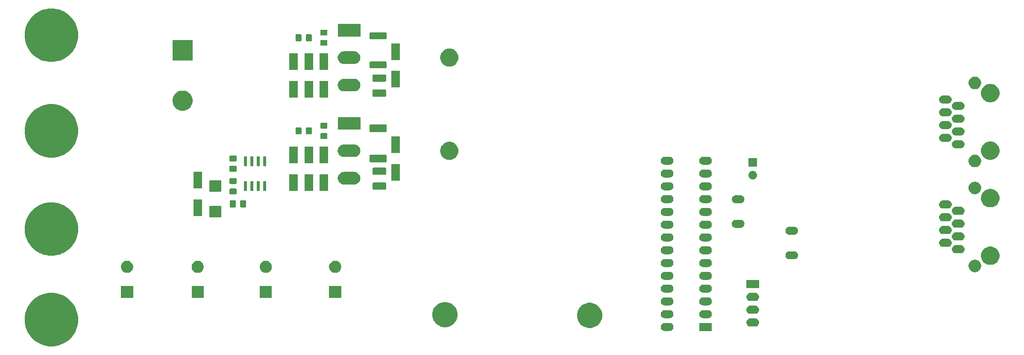
<source format=gbr>
G04 #@! TF.GenerationSoftware,KiCad,Pcbnew,5.1.4*
G04 #@! TF.CreationDate,2019-10-26T17:37:42-03:00*
G04 #@! TF.ProjectId,MCB19,4d434231-392e-46b6-9963-61645f706362,rev?*
G04 #@! TF.SameCoordinates,Original*
G04 #@! TF.FileFunction,Soldermask,Top*
G04 #@! TF.FilePolarity,Negative*
%FSLAX46Y46*%
G04 Gerber Fmt 4.6, Leading zero omitted, Abs format (unit mm)*
G04 Created by KiCad (PCBNEW 5.1.4) date 2019-10-26 17:37:42*
%MOMM*%
%LPD*%
G04 APERTURE LIST*
%ADD10C,0.100000*%
G04 APERTURE END LIST*
D10*
G36*
X58204637Y-114335784D02*
G01*
X58545953Y-114403676D01*
X58613314Y-114431578D01*
X59510490Y-114803200D01*
X60378552Y-115383221D01*
X61116779Y-116121448D01*
X61696800Y-116989510D01*
X61831956Y-117315806D01*
X62096324Y-117954047D01*
X62146917Y-118208394D01*
X62300000Y-118977994D01*
X62300000Y-120022006D01*
X62185452Y-120597876D01*
X62096324Y-121045953D01*
X62071110Y-121106825D01*
X61696800Y-122010490D01*
X61116779Y-122878552D01*
X60378552Y-123616779D01*
X59510490Y-124196800D01*
X58945477Y-124430836D01*
X58545953Y-124596324D01*
X58204637Y-124664216D01*
X57522006Y-124800000D01*
X56477994Y-124800000D01*
X55795363Y-124664216D01*
X55454047Y-124596324D01*
X55054523Y-124430836D01*
X54489510Y-124196800D01*
X53621448Y-123616779D01*
X52883221Y-122878552D01*
X52303200Y-122010490D01*
X51928890Y-121106825D01*
X51903676Y-121045953D01*
X51814548Y-120597876D01*
X51700000Y-120022006D01*
X51700000Y-118977994D01*
X51853083Y-118208394D01*
X51903676Y-117954047D01*
X52168044Y-117315806D01*
X52303200Y-116989510D01*
X52883221Y-116121448D01*
X53621448Y-115383221D01*
X54489510Y-114803200D01*
X55386686Y-114431578D01*
X55454047Y-114403676D01*
X55795363Y-114335784D01*
X56477994Y-114200000D01*
X57522006Y-114200000D01*
X58204637Y-114335784D01*
X58204637Y-114335784D01*
G37*
G36*
X187900000Y-121750000D02*
G01*
X185400000Y-121750000D01*
X185400000Y-120150000D01*
X187900000Y-120150000D01*
X187900000Y-121750000D01*
X187900000Y-121750000D01*
G37*
G36*
X179558471Y-120153859D02*
G01*
X179636827Y-120161576D01*
X179787628Y-120207321D01*
X179787630Y-120207322D01*
X179926605Y-120281606D01*
X180048422Y-120381578D01*
X180148394Y-120503395D01*
X180198895Y-120597876D01*
X180222679Y-120642372D01*
X180268424Y-120793173D01*
X180283870Y-120950000D01*
X180268424Y-121106827D01*
X180222679Y-121257628D01*
X180222678Y-121257630D01*
X180148394Y-121396605D01*
X180048422Y-121518422D01*
X179926605Y-121618394D01*
X179787630Y-121692678D01*
X179787628Y-121692679D01*
X179636827Y-121738424D01*
X179558471Y-121746141D01*
X179519294Y-121750000D01*
X178540706Y-121750000D01*
X178501529Y-121746141D01*
X178423173Y-121738424D01*
X178272372Y-121692679D01*
X178272370Y-121692678D01*
X178133395Y-121618394D01*
X178011578Y-121518422D01*
X177911606Y-121396605D01*
X177837322Y-121257630D01*
X177837321Y-121257628D01*
X177791576Y-121106827D01*
X177776130Y-120950000D01*
X177791576Y-120793173D01*
X177837321Y-120642372D01*
X177861105Y-120597876D01*
X177911606Y-120503395D01*
X178011578Y-120381578D01*
X178133395Y-120281606D01*
X178272370Y-120207322D01*
X178272372Y-120207321D01*
X178423173Y-120161576D01*
X178501529Y-120153859D01*
X178540706Y-120150000D01*
X179519294Y-120150000D01*
X179558471Y-120153859D01*
X179558471Y-120153859D01*
G37*
G36*
X164401222Y-116252073D02*
G01*
X164856192Y-116440528D01*
X164856194Y-116440529D01*
X165002659Y-116538394D01*
X165265656Y-116714123D01*
X165613877Y-117062344D01*
X165727485Y-117232370D01*
X165828250Y-117383175D01*
X165887472Y-117471808D01*
X166075927Y-117926778D01*
X166172000Y-118409770D01*
X166172000Y-118902230D01*
X166075927Y-119385222D01*
X165887472Y-119840192D01*
X165887471Y-119840194D01*
X165832026Y-119923173D01*
X165613877Y-120249656D01*
X165265656Y-120597877D01*
X165190010Y-120648422D01*
X164856194Y-120871471D01*
X164856193Y-120871472D01*
X164856192Y-120871472D01*
X164401222Y-121059927D01*
X163918230Y-121156000D01*
X163425770Y-121156000D01*
X162942778Y-121059927D01*
X162487808Y-120871472D01*
X162487807Y-120871472D01*
X162487806Y-120871471D01*
X162153990Y-120648422D01*
X162078344Y-120597877D01*
X161730123Y-120249656D01*
X161511974Y-119923173D01*
X161456529Y-119840194D01*
X161456528Y-119840192D01*
X161268073Y-119385222D01*
X161172000Y-118902230D01*
X161172000Y-118409770D01*
X161268073Y-117926778D01*
X161456528Y-117471808D01*
X161515751Y-117383175D01*
X161616515Y-117232370D01*
X161730123Y-117062344D01*
X162078344Y-116714123D01*
X162341341Y-116538394D01*
X162487806Y-116440529D01*
X162487808Y-116440528D01*
X162942778Y-116252073D01*
X163425770Y-116156000D01*
X163918230Y-116156000D01*
X164401222Y-116252073D01*
X164401222Y-116252073D01*
G37*
G36*
X135729222Y-116096073D02*
G01*
X136105841Y-116252074D01*
X136184194Y-116284529D01*
X136360590Y-116402393D01*
X136593656Y-116558123D01*
X136941877Y-116906344D01*
X137215472Y-117315808D01*
X137403927Y-117770778D01*
X137500000Y-118253770D01*
X137500000Y-118746230D01*
X137403927Y-119229222D01*
X137237397Y-119631260D01*
X137215471Y-119684194D01*
X137156552Y-119772372D01*
X136941877Y-120093656D01*
X136593656Y-120441877D01*
X136466850Y-120526606D01*
X136184194Y-120715471D01*
X136184193Y-120715472D01*
X136184192Y-120715472D01*
X135729222Y-120903927D01*
X135246230Y-121000000D01*
X134753770Y-121000000D01*
X134270778Y-120903927D01*
X133815808Y-120715472D01*
X133815807Y-120715472D01*
X133815806Y-120715471D01*
X133533150Y-120526606D01*
X133406344Y-120441877D01*
X133058123Y-120093656D01*
X132843448Y-119772372D01*
X132784529Y-119684194D01*
X132762603Y-119631260D01*
X132596073Y-119229222D01*
X132500000Y-118746230D01*
X132500000Y-118253770D01*
X132596073Y-117770778D01*
X132784528Y-117315808D01*
X133058123Y-116906344D01*
X133406344Y-116558123D01*
X133639410Y-116402393D01*
X133815806Y-116284529D01*
X133894159Y-116252074D01*
X134270778Y-116096073D01*
X134753770Y-116000000D01*
X135246230Y-116000000D01*
X135729222Y-116096073D01*
X135729222Y-116096073D01*
G37*
G36*
X196528471Y-119283859D02*
G01*
X196606827Y-119291576D01*
X196757628Y-119337321D01*
X196757630Y-119337322D01*
X196896605Y-119411606D01*
X197018422Y-119511578D01*
X197118394Y-119633395D01*
X197161027Y-119713155D01*
X197192679Y-119772372D01*
X197238424Y-119923173D01*
X197253870Y-120080000D01*
X197238424Y-120236827D01*
X197224840Y-120281606D01*
X197192678Y-120387630D01*
X197118394Y-120526605D01*
X197018422Y-120648422D01*
X196896605Y-120748394D01*
X196812826Y-120793175D01*
X196757628Y-120822679D01*
X196606827Y-120868424D01*
X196528471Y-120876141D01*
X196489294Y-120880000D01*
X195510706Y-120880000D01*
X195471529Y-120876141D01*
X195393173Y-120868424D01*
X195242372Y-120822679D01*
X195187174Y-120793175D01*
X195103395Y-120748394D01*
X194981578Y-120648422D01*
X194881606Y-120526605D01*
X194807322Y-120387630D01*
X194775160Y-120281606D01*
X194761576Y-120236827D01*
X194746130Y-120080000D01*
X194761576Y-119923173D01*
X194807321Y-119772372D01*
X194838973Y-119713155D01*
X194881606Y-119633395D01*
X194981578Y-119511578D01*
X195103395Y-119411606D01*
X195242370Y-119337322D01*
X195242372Y-119337321D01*
X195393173Y-119291576D01*
X195471529Y-119283859D01*
X195510706Y-119280000D01*
X196489294Y-119280000D01*
X196528471Y-119283859D01*
X196528471Y-119283859D01*
G37*
G36*
X179558471Y-117613859D02*
G01*
X179636827Y-117621576D01*
X179787628Y-117667321D01*
X179787630Y-117667322D01*
X179926605Y-117741606D01*
X180048422Y-117841578D01*
X180148394Y-117963395D01*
X180222678Y-118102370D01*
X180222679Y-118102372D01*
X180268424Y-118253173D01*
X180283870Y-118410000D01*
X180268424Y-118566827D01*
X180222679Y-118717628D01*
X180222678Y-118717630D01*
X180148394Y-118856605D01*
X180048422Y-118978422D01*
X179926605Y-119078394D01*
X179791776Y-119150462D01*
X179787628Y-119152679D01*
X179636827Y-119198424D01*
X179558471Y-119206141D01*
X179519294Y-119210000D01*
X178540706Y-119210000D01*
X178501529Y-119206141D01*
X178423173Y-119198424D01*
X178272372Y-119152679D01*
X178268224Y-119150462D01*
X178133395Y-119078394D01*
X178011578Y-118978422D01*
X177911606Y-118856605D01*
X177837322Y-118717630D01*
X177837321Y-118717628D01*
X177791576Y-118566827D01*
X177776130Y-118410000D01*
X177791576Y-118253173D01*
X177837321Y-118102372D01*
X177837322Y-118102370D01*
X177911606Y-117963395D01*
X178011578Y-117841578D01*
X178133395Y-117741606D01*
X178272370Y-117667322D01*
X178272372Y-117667321D01*
X178423173Y-117621576D01*
X178501529Y-117613859D01*
X178540706Y-117610000D01*
X179519294Y-117610000D01*
X179558471Y-117613859D01*
X179558471Y-117613859D01*
G37*
G36*
X187178471Y-117613859D02*
G01*
X187256827Y-117621576D01*
X187407628Y-117667321D01*
X187407630Y-117667322D01*
X187546605Y-117741606D01*
X187668422Y-117841578D01*
X187768394Y-117963395D01*
X187842678Y-118102370D01*
X187842679Y-118102372D01*
X187888424Y-118253173D01*
X187903870Y-118410000D01*
X187888424Y-118566827D01*
X187842679Y-118717628D01*
X187842678Y-118717630D01*
X187768394Y-118856605D01*
X187668422Y-118978422D01*
X187546605Y-119078394D01*
X187411776Y-119150462D01*
X187407628Y-119152679D01*
X187256827Y-119198424D01*
X187178471Y-119206141D01*
X187139294Y-119210000D01*
X186160706Y-119210000D01*
X186121529Y-119206141D01*
X186043173Y-119198424D01*
X185892372Y-119152679D01*
X185888224Y-119150462D01*
X185753395Y-119078394D01*
X185631578Y-118978422D01*
X185531606Y-118856605D01*
X185457322Y-118717630D01*
X185457321Y-118717628D01*
X185411576Y-118566827D01*
X185396130Y-118410000D01*
X185411576Y-118253173D01*
X185457321Y-118102372D01*
X185457322Y-118102370D01*
X185531606Y-117963395D01*
X185631578Y-117841578D01*
X185753395Y-117741606D01*
X185892370Y-117667322D01*
X185892372Y-117667321D01*
X186043173Y-117621576D01*
X186121529Y-117613859D01*
X186160706Y-117610000D01*
X187139294Y-117610000D01*
X187178471Y-117613859D01*
X187178471Y-117613859D01*
G37*
G36*
X196528471Y-116743859D02*
G01*
X196606827Y-116751576D01*
X196757628Y-116797321D01*
X196757630Y-116797322D01*
X196896605Y-116871606D01*
X197018422Y-116971578D01*
X197118394Y-117093395D01*
X197192678Y-117232370D01*
X197192679Y-117232372D01*
X197238424Y-117383173D01*
X197253870Y-117540000D01*
X197238424Y-117696827D01*
X197215991Y-117770778D01*
X197192678Y-117847630D01*
X197118394Y-117986605D01*
X197018422Y-118108422D01*
X196896605Y-118208394D01*
X196811709Y-118253772D01*
X196757628Y-118282679D01*
X196606827Y-118328424D01*
X196528471Y-118336141D01*
X196489294Y-118340000D01*
X195510706Y-118340000D01*
X195471529Y-118336141D01*
X195393173Y-118328424D01*
X195242372Y-118282679D01*
X195188291Y-118253772D01*
X195103395Y-118208394D01*
X194981578Y-118108422D01*
X194881606Y-117986605D01*
X194807322Y-117847630D01*
X194784009Y-117770778D01*
X194761576Y-117696827D01*
X194746130Y-117540000D01*
X194761576Y-117383173D01*
X194807321Y-117232372D01*
X194807322Y-117232370D01*
X194881606Y-117093395D01*
X194981578Y-116971578D01*
X195103395Y-116871606D01*
X195242370Y-116797322D01*
X195242372Y-116797321D01*
X195393173Y-116751576D01*
X195471529Y-116743859D01*
X195510706Y-116740000D01*
X196489294Y-116740000D01*
X196528471Y-116743859D01*
X196528471Y-116743859D01*
G37*
G36*
X179558471Y-115073859D02*
G01*
X179636827Y-115081576D01*
X179787628Y-115127321D01*
X179787630Y-115127322D01*
X179926605Y-115201606D01*
X180048422Y-115301578D01*
X180148394Y-115423395D01*
X180179013Y-115480679D01*
X180222679Y-115562372D01*
X180268424Y-115713173D01*
X180283870Y-115870000D01*
X180268424Y-116026827D01*
X180222679Y-116177628D01*
X180222678Y-116177630D01*
X180148394Y-116316605D01*
X180048422Y-116438422D01*
X179926605Y-116538394D01*
X179787630Y-116612678D01*
X179787628Y-116612679D01*
X179636827Y-116658424D01*
X179558471Y-116666141D01*
X179519294Y-116670000D01*
X178540706Y-116670000D01*
X178501529Y-116666141D01*
X178423173Y-116658424D01*
X178272372Y-116612679D01*
X178272370Y-116612678D01*
X178133395Y-116538394D01*
X178011578Y-116438422D01*
X177911606Y-116316605D01*
X177837322Y-116177630D01*
X177837321Y-116177628D01*
X177791576Y-116026827D01*
X177776130Y-115870000D01*
X177791576Y-115713173D01*
X177837321Y-115562372D01*
X177880987Y-115480679D01*
X177911606Y-115423395D01*
X178011578Y-115301578D01*
X178133395Y-115201606D01*
X178272370Y-115127322D01*
X178272372Y-115127321D01*
X178423173Y-115081576D01*
X178501529Y-115073859D01*
X178540706Y-115070000D01*
X179519294Y-115070000D01*
X179558471Y-115073859D01*
X179558471Y-115073859D01*
G37*
G36*
X187178471Y-115073859D02*
G01*
X187256827Y-115081576D01*
X187407628Y-115127321D01*
X187407630Y-115127322D01*
X187546605Y-115201606D01*
X187668422Y-115301578D01*
X187768394Y-115423395D01*
X187799013Y-115480679D01*
X187842679Y-115562372D01*
X187888424Y-115713173D01*
X187903870Y-115870000D01*
X187888424Y-116026827D01*
X187842679Y-116177628D01*
X187842678Y-116177630D01*
X187768394Y-116316605D01*
X187668422Y-116438422D01*
X187546605Y-116538394D01*
X187407630Y-116612678D01*
X187407628Y-116612679D01*
X187256827Y-116658424D01*
X187178471Y-116666141D01*
X187139294Y-116670000D01*
X186160706Y-116670000D01*
X186121529Y-116666141D01*
X186043173Y-116658424D01*
X185892372Y-116612679D01*
X185892370Y-116612678D01*
X185753395Y-116538394D01*
X185631578Y-116438422D01*
X185531606Y-116316605D01*
X185457322Y-116177630D01*
X185457321Y-116177628D01*
X185411576Y-116026827D01*
X185396130Y-115870000D01*
X185411576Y-115713173D01*
X185457321Y-115562372D01*
X185500987Y-115480679D01*
X185531606Y-115423395D01*
X185631578Y-115301578D01*
X185753395Y-115201606D01*
X185892370Y-115127322D01*
X185892372Y-115127321D01*
X186043173Y-115081576D01*
X186121529Y-115073859D01*
X186160706Y-115070000D01*
X187139294Y-115070000D01*
X187178471Y-115073859D01*
X187178471Y-115073859D01*
G37*
G36*
X196528471Y-114203859D02*
G01*
X196606827Y-114211576D01*
X196757628Y-114257321D01*
X196757630Y-114257322D01*
X196896605Y-114331606D01*
X196896607Y-114331607D01*
X196896606Y-114331607D01*
X197018422Y-114431578D01*
X197118393Y-114553394D01*
X197192679Y-114692372D01*
X197238424Y-114843173D01*
X197253870Y-115000000D01*
X197238424Y-115156827D01*
X197224840Y-115201606D01*
X197192678Y-115307630D01*
X197118394Y-115446605D01*
X197018422Y-115568422D01*
X196896605Y-115668394D01*
X196812826Y-115713175D01*
X196757628Y-115742679D01*
X196606827Y-115788424D01*
X196528471Y-115796141D01*
X196489294Y-115800000D01*
X195510706Y-115800000D01*
X195471529Y-115796141D01*
X195393173Y-115788424D01*
X195242372Y-115742679D01*
X195187174Y-115713175D01*
X195103395Y-115668394D01*
X194981578Y-115568422D01*
X194881606Y-115446605D01*
X194807322Y-115307630D01*
X194775160Y-115201606D01*
X194761576Y-115156827D01*
X194746130Y-115000000D01*
X194761576Y-114843173D01*
X194807321Y-114692372D01*
X194881607Y-114553394D01*
X194981578Y-114431578D01*
X195103394Y-114331607D01*
X195103393Y-114331607D01*
X195103395Y-114331606D01*
X195242370Y-114257322D01*
X195242372Y-114257321D01*
X195393173Y-114211576D01*
X195471529Y-114203859D01*
X195510706Y-114200000D01*
X196489294Y-114200000D01*
X196528471Y-114203859D01*
X196528471Y-114203859D01*
G37*
G36*
X73200000Y-115200000D02*
G01*
X70800000Y-115200000D01*
X70800000Y-112800000D01*
X73200000Y-112800000D01*
X73200000Y-115200000D01*
X73200000Y-115200000D01*
G37*
G36*
X87200000Y-115200000D02*
G01*
X84800000Y-115200000D01*
X84800000Y-112800000D01*
X87200000Y-112800000D01*
X87200000Y-115200000D01*
X87200000Y-115200000D01*
G37*
G36*
X100700000Y-115200000D02*
G01*
X98300000Y-115200000D01*
X98300000Y-112800000D01*
X100700000Y-112800000D01*
X100700000Y-115200000D01*
X100700000Y-115200000D01*
G37*
G36*
X114450000Y-115200000D02*
G01*
X112050000Y-115200000D01*
X112050000Y-112800000D01*
X114450000Y-112800000D01*
X114450000Y-115200000D01*
X114450000Y-115200000D01*
G37*
G36*
X187178471Y-112533859D02*
G01*
X187256827Y-112541576D01*
X187407628Y-112587321D01*
X187407630Y-112587322D01*
X187546605Y-112661606D01*
X187546607Y-112661607D01*
X187546606Y-112661607D01*
X187668422Y-112761578D01*
X187768393Y-112883394D01*
X187842679Y-113022372D01*
X187888424Y-113173173D01*
X187903870Y-113330000D01*
X187888424Y-113486827D01*
X187842679Y-113637628D01*
X187842678Y-113637630D01*
X187768394Y-113776605D01*
X187668422Y-113898422D01*
X187546605Y-113998394D01*
X187407630Y-114072678D01*
X187407628Y-114072679D01*
X187256827Y-114118424D01*
X187178471Y-114126141D01*
X187139294Y-114130000D01*
X186160706Y-114130000D01*
X186121529Y-114126141D01*
X186043173Y-114118424D01*
X185892372Y-114072679D01*
X185892370Y-114072678D01*
X185753395Y-113998394D01*
X185631578Y-113898422D01*
X185531606Y-113776605D01*
X185457322Y-113637630D01*
X185457321Y-113637628D01*
X185411576Y-113486827D01*
X185396130Y-113330000D01*
X185411576Y-113173173D01*
X185457321Y-113022372D01*
X185531607Y-112883394D01*
X185631578Y-112761578D01*
X185753394Y-112661607D01*
X185753393Y-112661607D01*
X185753395Y-112661606D01*
X185892370Y-112587322D01*
X185892372Y-112587321D01*
X186043173Y-112541576D01*
X186121529Y-112533859D01*
X186160706Y-112530000D01*
X187139294Y-112530000D01*
X187178471Y-112533859D01*
X187178471Y-112533859D01*
G37*
G36*
X179558471Y-112533859D02*
G01*
X179636827Y-112541576D01*
X179787628Y-112587321D01*
X179787630Y-112587322D01*
X179926605Y-112661606D01*
X179926607Y-112661607D01*
X179926606Y-112661607D01*
X180048422Y-112761578D01*
X180148393Y-112883394D01*
X180222679Y-113022372D01*
X180268424Y-113173173D01*
X180283870Y-113330000D01*
X180268424Y-113486827D01*
X180222679Y-113637628D01*
X180222678Y-113637630D01*
X180148394Y-113776605D01*
X180048422Y-113898422D01*
X179926605Y-113998394D01*
X179787630Y-114072678D01*
X179787628Y-114072679D01*
X179636827Y-114118424D01*
X179558471Y-114126141D01*
X179519294Y-114130000D01*
X178540706Y-114130000D01*
X178501529Y-114126141D01*
X178423173Y-114118424D01*
X178272372Y-114072679D01*
X178272370Y-114072678D01*
X178133395Y-113998394D01*
X178011578Y-113898422D01*
X177911606Y-113776605D01*
X177837322Y-113637630D01*
X177837321Y-113637628D01*
X177791576Y-113486827D01*
X177776130Y-113330000D01*
X177791576Y-113173173D01*
X177837321Y-113022372D01*
X177911607Y-112883394D01*
X178011578Y-112761578D01*
X178133394Y-112661607D01*
X178133393Y-112661607D01*
X178133395Y-112661606D01*
X178272370Y-112587322D01*
X178272372Y-112587321D01*
X178423173Y-112541576D01*
X178501529Y-112533859D01*
X178540706Y-112530000D01*
X179519294Y-112530000D01*
X179558471Y-112533859D01*
X179558471Y-112533859D01*
G37*
G36*
X197250000Y-113260000D02*
G01*
X194750000Y-113260000D01*
X194750000Y-111660000D01*
X197250000Y-111660000D01*
X197250000Y-113260000D01*
X197250000Y-113260000D01*
G37*
G36*
X179558471Y-109993859D02*
G01*
X179636827Y-110001576D01*
X179787628Y-110047321D01*
X179787630Y-110047322D01*
X179926605Y-110121606D01*
X179926607Y-110121607D01*
X179926606Y-110121607D01*
X180048422Y-110221578D01*
X180148393Y-110343394D01*
X180222679Y-110482372D01*
X180268424Y-110633173D01*
X180283870Y-110790000D01*
X180268424Y-110946827D01*
X180222679Y-111097628D01*
X180222678Y-111097630D01*
X180148394Y-111236605D01*
X180048422Y-111358422D01*
X179926605Y-111458394D01*
X179787630Y-111532678D01*
X179787628Y-111532679D01*
X179636827Y-111578424D01*
X179558471Y-111586141D01*
X179519294Y-111590000D01*
X178540706Y-111590000D01*
X178501529Y-111586141D01*
X178423173Y-111578424D01*
X178272372Y-111532679D01*
X178272370Y-111532678D01*
X178133395Y-111458394D01*
X178011578Y-111358422D01*
X177911606Y-111236605D01*
X177837322Y-111097630D01*
X177837321Y-111097628D01*
X177791576Y-110946827D01*
X177776130Y-110790000D01*
X177791576Y-110633173D01*
X177837321Y-110482372D01*
X177911607Y-110343394D01*
X178011578Y-110221578D01*
X178133394Y-110121607D01*
X178133393Y-110121607D01*
X178133395Y-110121606D01*
X178272370Y-110047322D01*
X178272372Y-110047321D01*
X178423173Y-110001576D01*
X178501529Y-109993859D01*
X178540706Y-109990000D01*
X179519294Y-109990000D01*
X179558471Y-109993859D01*
X179558471Y-109993859D01*
G37*
G36*
X187178471Y-109993859D02*
G01*
X187256827Y-110001576D01*
X187407628Y-110047321D01*
X187407630Y-110047322D01*
X187546605Y-110121606D01*
X187546607Y-110121607D01*
X187546606Y-110121607D01*
X187668422Y-110221578D01*
X187768393Y-110343394D01*
X187842679Y-110482372D01*
X187888424Y-110633173D01*
X187903870Y-110790000D01*
X187888424Y-110946827D01*
X187842679Y-111097628D01*
X187842678Y-111097630D01*
X187768394Y-111236605D01*
X187668422Y-111358422D01*
X187546605Y-111458394D01*
X187407630Y-111532678D01*
X187407628Y-111532679D01*
X187256827Y-111578424D01*
X187178471Y-111586141D01*
X187139294Y-111590000D01*
X186160706Y-111590000D01*
X186121529Y-111586141D01*
X186043173Y-111578424D01*
X185892372Y-111532679D01*
X185892370Y-111532678D01*
X185753395Y-111458394D01*
X185631578Y-111358422D01*
X185531606Y-111236605D01*
X185457322Y-111097630D01*
X185457321Y-111097628D01*
X185411576Y-110946827D01*
X185396130Y-110790000D01*
X185411576Y-110633173D01*
X185457321Y-110482372D01*
X185531607Y-110343394D01*
X185631578Y-110221578D01*
X185753394Y-110121607D01*
X185753393Y-110121607D01*
X185753395Y-110121606D01*
X185892370Y-110047322D01*
X185892372Y-110047321D01*
X186043173Y-110001576D01*
X186121529Y-109993859D01*
X186160706Y-109990000D01*
X187139294Y-109990000D01*
X187178471Y-109993859D01*
X187178471Y-109993859D01*
G37*
G36*
X72350026Y-107846115D02*
G01*
X72568411Y-107936573D01*
X72568413Y-107936574D01*
X72764955Y-108067899D01*
X72932101Y-108235045D01*
X73046881Y-108406825D01*
X73063427Y-108431589D01*
X73153885Y-108649974D01*
X73200000Y-108881809D01*
X73200000Y-109118191D01*
X73153885Y-109350026D01*
X73127761Y-109413095D01*
X73063426Y-109568413D01*
X72932101Y-109764955D01*
X72764955Y-109932101D01*
X72568413Y-110063426D01*
X72568412Y-110063427D01*
X72568411Y-110063427D01*
X72350026Y-110153885D01*
X72118191Y-110200000D01*
X71881809Y-110200000D01*
X71649974Y-110153885D01*
X71431589Y-110063427D01*
X71431588Y-110063427D01*
X71431587Y-110063426D01*
X71235045Y-109932101D01*
X71067899Y-109764955D01*
X70936574Y-109568413D01*
X70872239Y-109413095D01*
X70846115Y-109350026D01*
X70800000Y-109118191D01*
X70800000Y-108881809D01*
X70846115Y-108649974D01*
X70936573Y-108431589D01*
X70953120Y-108406825D01*
X71067899Y-108235045D01*
X71235045Y-108067899D01*
X71431587Y-107936574D01*
X71431589Y-107936573D01*
X71649974Y-107846115D01*
X71881809Y-107800000D01*
X72118191Y-107800000D01*
X72350026Y-107846115D01*
X72350026Y-107846115D01*
G37*
G36*
X86350026Y-107846115D02*
G01*
X86568411Y-107936573D01*
X86568413Y-107936574D01*
X86764955Y-108067899D01*
X86932101Y-108235045D01*
X87046881Y-108406825D01*
X87063427Y-108431589D01*
X87153885Y-108649974D01*
X87200000Y-108881809D01*
X87200000Y-109118191D01*
X87153885Y-109350026D01*
X87127761Y-109413095D01*
X87063426Y-109568413D01*
X86932101Y-109764955D01*
X86764955Y-109932101D01*
X86568413Y-110063426D01*
X86568412Y-110063427D01*
X86568411Y-110063427D01*
X86350026Y-110153885D01*
X86118191Y-110200000D01*
X85881809Y-110200000D01*
X85649974Y-110153885D01*
X85431589Y-110063427D01*
X85431588Y-110063427D01*
X85431587Y-110063426D01*
X85235045Y-109932101D01*
X85067899Y-109764955D01*
X84936574Y-109568413D01*
X84872239Y-109413095D01*
X84846115Y-109350026D01*
X84800000Y-109118191D01*
X84800000Y-108881809D01*
X84846115Y-108649974D01*
X84936573Y-108431589D01*
X84953120Y-108406825D01*
X85067899Y-108235045D01*
X85235045Y-108067899D01*
X85431587Y-107936574D01*
X85431589Y-107936573D01*
X85649974Y-107846115D01*
X85881809Y-107800000D01*
X86118191Y-107800000D01*
X86350026Y-107846115D01*
X86350026Y-107846115D01*
G37*
G36*
X113600026Y-107846115D02*
G01*
X113818411Y-107936573D01*
X113818413Y-107936574D01*
X114014955Y-108067899D01*
X114182101Y-108235045D01*
X114296881Y-108406825D01*
X114313427Y-108431589D01*
X114403885Y-108649974D01*
X114450000Y-108881809D01*
X114450000Y-109118191D01*
X114403885Y-109350026D01*
X114377761Y-109413095D01*
X114313426Y-109568413D01*
X114182101Y-109764955D01*
X114014955Y-109932101D01*
X113818413Y-110063426D01*
X113818412Y-110063427D01*
X113818411Y-110063427D01*
X113600026Y-110153885D01*
X113368191Y-110200000D01*
X113131809Y-110200000D01*
X112899974Y-110153885D01*
X112681589Y-110063427D01*
X112681588Y-110063427D01*
X112681587Y-110063426D01*
X112485045Y-109932101D01*
X112317899Y-109764955D01*
X112186574Y-109568413D01*
X112122239Y-109413095D01*
X112096115Y-109350026D01*
X112050000Y-109118191D01*
X112050000Y-108881809D01*
X112096115Y-108649974D01*
X112186573Y-108431589D01*
X112203120Y-108406825D01*
X112317899Y-108235045D01*
X112485045Y-108067899D01*
X112681587Y-107936574D01*
X112681589Y-107936573D01*
X112899974Y-107846115D01*
X113131809Y-107800000D01*
X113368191Y-107800000D01*
X113600026Y-107846115D01*
X113600026Y-107846115D01*
G37*
G36*
X99850026Y-107846115D02*
G01*
X100068411Y-107936573D01*
X100068413Y-107936574D01*
X100264955Y-108067899D01*
X100432101Y-108235045D01*
X100546881Y-108406825D01*
X100563427Y-108431589D01*
X100653885Y-108649974D01*
X100700000Y-108881809D01*
X100700000Y-109118191D01*
X100653885Y-109350026D01*
X100627761Y-109413095D01*
X100563426Y-109568413D01*
X100432101Y-109764955D01*
X100264955Y-109932101D01*
X100068413Y-110063426D01*
X100068412Y-110063427D01*
X100068411Y-110063427D01*
X99850026Y-110153885D01*
X99618191Y-110200000D01*
X99381809Y-110200000D01*
X99149974Y-110153885D01*
X98931589Y-110063427D01*
X98931588Y-110063427D01*
X98931587Y-110063426D01*
X98735045Y-109932101D01*
X98567899Y-109764955D01*
X98436574Y-109568413D01*
X98372239Y-109413095D01*
X98346115Y-109350026D01*
X98300000Y-109118191D01*
X98300000Y-108881809D01*
X98346115Y-108649974D01*
X98436573Y-108431589D01*
X98453120Y-108406825D01*
X98567899Y-108235045D01*
X98735045Y-108067899D01*
X98931587Y-107936574D01*
X98931589Y-107936573D01*
X99149974Y-107846115D01*
X99381809Y-107800000D01*
X99618191Y-107800000D01*
X99850026Y-107846115D01*
X99850026Y-107846115D01*
G37*
G36*
X240392610Y-107619036D02*
G01*
X240620095Y-107713264D01*
X240620097Y-107713265D01*
X240749905Y-107800000D01*
X240824828Y-107850062D01*
X240998938Y-108024172D01*
X241135736Y-108228905D01*
X241229964Y-108456390D01*
X241278000Y-108697884D01*
X241278000Y-108944116D01*
X241229964Y-109185610D01*
X241161860Y-109350026D01*
X241135735Y-109413097D01*
X240998938Y-109617828D01*
X240824828Y-109791938D01*
X240620097Y-109928735D01*
X240620096Y-109928736D01*
X240620095Y-109928736D01*
X240392610Y-110022964D01*
X240151116Y-110071000D01*
X239904884Y-110071000D01*
X239663390Y-110022964D01*
X239435905Y-109928736D01*
X239435904Y-109928736D01*
X239435903Y-109928735D01*
X239231172Y-109791938D01*
X239057062Y-109617828D01*
X238920265Y-109413097D01*
X238894140Y-109350026D01*
X238826036Y-109185610D01*
X238778000Y-108944116D01*
X238778000Y-108697884D01*
X238826036Y-108456390D01*
X238920264Y-108228905D01*
X239057062Y-108024172D01*
X239231172Y-107850062D01*
X239306095Y-107800000D01*
X239435903Y-107713265D01*
X239435905Y-107713264D01*
X239663390Y-107619036D01*
X239904884Y-107571000D01*
X240151116Y-107571000D01*
X240392610Y-107619036D01*
X240392610Y-107619036D01*
G37*
G36*
X187178471Y-107453859D02*
G01*
X187256827Y-107461576D01*
X187407628Y-107507321D01*
X187407630Y-107507322D01*
X187546605Y-107581606D01*
X187546607Y-107581607D01*
X187546606Y-107581607D01*
X187668422Y-107681578D01*
X187768393Y-107803394D01*
X187842679Y-107942372D01*
X187888424Y-108093173D01*
X187903870Y-108250000D01*
X187888424Y-108406827D01*
X187842679Y-108557628D01*
X187842678Y-108557630D01*
X187768394Y-108696605D01*
X187668422Y-108818422D01*
X187546605Y-108918394D01*
X187407630Y-108992678D01*
X187407628Y-108992679D01*
X187256827Y-109038424D01*
X187178471Y-109046141D01*
X187139294Y-109050000D01*
X186160706Y-109050000D01*
X186121529Y-109046141D01*
X186043173Y-109038424D01*
X185892372Y-108992679D01*
X185892370Y-108992678D01*
X185753395Y-108918394D01*
X185631578Y-108818422D01*
X185531606Y-108696605D01*
X185457322Y-108557630D01*
X185457321Y-108557628D01*
X185411576Y-108406827D01*
X185396130Y-108250000D01*
X185411576Y-108093173D01*
X185457321Y-107942372D01*
X185531607Y-107803394D01*
X185631578Y-107681578D01*
X185753394Y-107581607D01*
X185753393Y-107581607D01*
X185753395Y-107581606D01*
X185892370Y-107507322D01*
X185892372Y-107507321D01*
X186043173Y-107461576D01*
X186121529Y-107453859D01*
X186160706Y-107450000D01*
X187139294Y-107450000D01*
X187178471Y-107453859D01*
X187178471Y-107453859D01*
G37*
G36*
X179558471Y-107453859D02*
G01*
X179636827Y-107461576D01*
X179787628Y-107507321D01*
X179787630Y-107507322D01*
X179926605Y-107581606D01*
X179926607Y-107581607D01*
X179926606Y-107581607D01*
X180048422Y-107681578D01*
X180148393Y-107803394D01*
X180222679Y-107942372D01*
X180268424Y-108093173D01*
X180283870Y-108250000D01*
X180268424Y-108406827D01*
X180222679Y-108557628D01*
X180222678Y-108557630D01*
X180148394Y-108696605D01*
X180048422Y-108818422D01*
X179926605Y-108918394D01*
X179787630Y-108992678D01*
X179787628Y-108992679D01*
X179636827Y-109038424D01*
X179558471Y-109046141D01*
X179519294Y-109050000D01*
X178540706Y-109050000D01*
X178501529Y-109046141D01*
X178423173Y-109038424D01*
X178272372Y-108992679D01*
X178272370Y-108992678D01*
X178133395Y-108918394D01*
X178011578Y-108818422D01*
X177911606Y-108696605D01*
X177837322Y-108557630D01*
X177837321Y-108557628D01*
X177791576Y-108406827D01*
X177776130Y-108250000D01*
X177791576Y-108093173D01*
X177837321Y-107942372D01*
X177911607Y-107803394D01*
X178011578Y-107681578D01*
X178133394Y-107581607D01*
X178133393Y-107581607D01*
X178133395Y-107581606D01*
X178272370Y-107507322D01*
X178272372Y-107507321D01*
X178423173Y-107461576D01*
X178501529Y-107453859D01*
X178540706Y-107450000D01*
X179519294Y-107450000D01*
X179558471Y-107453859D01*
X179558471Y-107453859D01*
G37*
G36*
X243396893Y-104988678D02*
G01*
X243610333Y-105031134D01*
X243702703Y-105069395D01*
X243942460Y-105168705D01*
X244241369Y-105368430D01*
X244495570Y-105622631D01*
X244695295Y-105921540D01*
X244747513Y-106047606D01*
X244832866Y-106253667D01*
X244903000Y-106606253D01*
X244903000Y-106965747D01*
X244832866Y-107318333D01*
X244778328Y-107450000D01*
X244695295Y-107650460D01*
X244495570Y-107949369D01*
X244241369Y-108203570D01*
X243942460Y-108403295D01*
X243814276Y-108456390D01*
X243610333Y-108540866D01*
X243526065Y-108557628D01*
X243257748Y-108611000D01*
X242898252Y-108611000D01*
X242629935Y-108557628D01*
X242545667Y-108540866D01*
X242341724Y-108456390D01*
X242213540Y-108403295D01*
X241914631Y-108203570D01*
X241660430Y-107949369D01*
X241460705Y-107650460D01*
X241377672Y-107450000D01*
X241323134Y-107318333D01*
X241253000Y-106965747D01*
X241253000Y-106606253D01*
X241323134Y-106253667D01*
X241408487Y-106047606D01*
X241460705Y-105921540D01*
X241660430Y-105622631D01*
X241914631Y-105368430D01*
X242213540Y-105168705D01*
X242453297Y-105069395D01*
X242545667Y-105031134D01*
X242759107Y-104988678D01*
X242898252Y-104961000D01*
X243257748Y-104961000D01*
X243396893Y-104988678D01*
X243396893Y-104988678D01*
G37*
G36*
X204262471Y-105919859D02*
G01*
X204340827Y-105927576D01*
X204491628Y-105973321D01*
X204491630Y-105973322D01*
X204630605Y-106047606D01*
X204752422Y-106147578D01*
X204843600Y-106258679D01*
X204852393Y-106269394D01*
X204926679Y-106408372D01*
X204972424Y-106559173D01*
X204987870Y-106716000D01*
X204972424Y-106872827D01*
X204926679Y-107023628D01*
X204926678Y-107023630D01*
X204852394Y-107162605D01*
X204752422Y-107284422D01*
X204630605Y-107384394D01*
X204507865Y-107450000D01*
X204491628Y-107458679D01*
X204340827Y-107504424D01*
X204262471Y-107512141D01*
X204223294Y-107516000D01*
X203244706Y-107516000D01*
X203205529Y-107512141D01*
X203127173Y-107504424D01*
X202976372Y-107458679D01*
X202960135Y-107450000D01*
X202837395Y-107384394D01*
X202715578Y-107284422D01*
X202615606Y-107162605D01*
X202541322Y-107023630D01*
X202541321Y-107023628D01*
X202495576Y-106872827D01*
X202480130Y-106716000D01*
X202495576Y-106559173D01*
X202541321Y-106408372D01*
X202615607Y-106269394D01*
X202624401Y-106258679D01*
X202715578Y-106147578D01*
X202837395Y-106047606D01*
X202976370Y-105973322D01*
X202976372Y-105973321D01*
X203127173Y-105927576D01*
X203205529Y-105919859D01*
X203244706Y-105916000D01*
X204223294Y-105916000D01*
X204262471Y-105919859D01*
X204262471Y-105919859D01*
G37*
G36*
X58117091Y-96318370D02*
G01*
X58545953Y-96403676D01*
X58704081Y-96469175D01*
X59510490Y-96803200D01*
X60378552Y-97383221D01*
X61116779Y-98121448D01*
X61696800Y-98989510D01*
X61768584Y-99162812D01*
X62096324Y-99954047D01*
X62136569Y-100156372D01*
X62300000Y-100977994D01*
X62300000Y-102022006D01*
X62164216Y-102704637D01*
X62096324Y-103045953D01*
X62044942Y-103170000D01*
X61696800Y-104010490D01*
X61116779Y-104878552D01*
X60378552Y-105616779D01*
X59510490Y-106196800D01*
X58999714Y-106408370D01*
X58545953Y-106596324D01*
X58204637Y-106664216D01*
X57522006Y-106800000D01*
X56477994Y-106800000D01*
X55795363Y-106664216D01*
X55454047Y-106596324D01*
X55000286Y-106408370D01*
X54489510Y-106196800D01*
X53621448Y-105616779D01*
X52883221Y-104878552D01*
X52303200Y-104010490D01*
X51955058Y-103170000D01*
X51903676Y-103045953D01*
X51835784Y-102704637D01*
X51700000Y-102022006D01*
X51700000Y-100977994D01*
X51863431Y-100156372D01*
X51903676Y-99954047D01*
X52231416Y-99162812D01*
X52303200Y-98989510D01*
X52883221Y-98121448D01*
X53621448Y-97383221D01*
X54489510Y-96803200D01*
X55295919Y-96469175D01*
X55454047Y-96403676D01*
X55882909Y-96318370D01*
X56477994Y-96200000D01*
X57522006Y-96200000D01*
X58117091Y-96318370D01*
X58117091Y-96318370D01*
G37*
G36*
X179558471Y-104913859D02*
G01*
X179636827Y-104921576D01*
X179787628Y-104967321D01*
X179787630Y-104967322D01*
X179926605Y-105041606D01*
X180048422Y-105141578D01*
X180148394Y-105263395D01*
X180222678Y-105402370D01*
X180222679Y-105402372D01*
X180268424Y-105553173D01*
X180283870Y-105710000D01*
X180268424Y-105866827D01*
X180236119Y-105973321D01*
X180222678Y-106017630D01*
X180148394Y-106156605D01*
X180048422Y-106278422D01*
X179926605Y-106378394D01*
X179870524Y-106408370D01*
X179787628Y-106452679D01*
X179636827Y-106498424D01*
X179558471Y-106506141D01*
X179519294Y-106510000D01*
X178540706Y-106510000D01*
X178501529Y-106506141D01*
X178423173Y-106498424D01*
X178272372Y-106452679D01*
X178189476Y-106408370D01*
X178133395Y-106378394D01*
X178011578Y-106278422D01*
X177911606Y-106156605D01*
X177837322Y-106017630D01*
X177823881Y-105973321D01*
X177791576Y-105866827D01*
X177776130Y-105710000D01*
X177791576Y-105553173D01*
X177837321Y-105402372D01*
X177837322Y-105402370D01*
X177911606Y-105263395D01*
X178011578Y-105141578D01*
X178133395Y-105041606D01*
X178272370Y-104967322D01*
X178272372Y-104967321D01*
X178423173Y-104921576D01*
X178501529Y-104913859D01*
X178540706Y-104910000D01*
X179519294Y-104910000D01*
X179558471Y-104913859D01*
X179558471Y-104913859D01*
G37*
G36*
X187178471Y-104913859D02*
G01*
X187256827Y-104921576D01*
X187407628Y-104967321D01*
X187407630Y-104967322D01*
X187546605Y-105041606D01*
X187668422Y-105141578D01*
X187768394Y-105263395D01*
X187842678Y-105402370D01*
X187842679Y-105402372D01*
X187888424Y-105553173D01*
X187903870Y-105710000D01*
X187888424Y-105866827D01*
X187856119Y-105973321D01*
X187842678Y-106017630D01*
X187768394Y-106156605D01*
X187668422Y-106278422D01*
X187546605Y-106378394D01*
X187490524Y-106408370D01*
X187407628Y-106452679D01*
X187256827Y-106498424D01*
X187178471Y-106506141D01*
X187139294Y-106510000D01*
X186160706Y-106510000D01*
X186121529Y-106506141D01*
X186043173Y-106498424D01*
X185892372Y-106452679D01*
X185809476Y-106408370D01*
X185753395Y-106378394D01*
X185631578Y-106278422D01*
X185531606Y-106156605D01*
X185457322Y-106017630D01*
X185443881Y-105973321D01*
X185411576Y-105866827D01*
X185396130Y-105710000D01*
X185411576Y-105553173D01*
X185457321Y-105402372D01*
X185457322Y-105402370D01*
X185531606Y-105263395D01*
X185631578Y-105141578D01*
X185753395Y-105041606D01*
X185892370Y-104967322D01*
X185892372Y-104967321D01*
X186043173Y-104921576D01*
X186121529Y-104913859D01*
X186160706Y-104910000D01*
X187139294Y-104910000D01*
X187178471Y-104913859D01*
X187178471Y-104913859D01*
G37*
G36*
X237256471Y-104719859D02*
G01*
X237334827Y-104727576D01*
X237485628Y-104773321D01*
X237485630Y-104773322D01*
X237624605Y-104847606D01*
X237746422Y-104947578D01*
X237846394Y-105069395D01*
X237899477Y-105168706D01*
X237920679Y-105208372D01*
X237966424Y-105359173D01*
X237981870Y-105516000D01*
X237966424Y-105672827D01*
X237920679Y-105823628D01*
X237920678Y-105823630D01*
X237846394Y-105962605D01*
X237746422Y-106084422D01*
X237624605Y-106184394D01*
X237495005Y-106253667D01*
X237485628Y-106258679D01*
X237334827Y-106304424D01*
X237256471Y-106312141D01*
X237217294Y-106316000D01*
X236238706Y-106316000D01*
X236199529Y-106312141D01*
X236121173Y-106304424D01*
X235970372Y-106258679D01*
X235960995Y-106253667D01*
X235831395Y-106184394D01*
X235709578Y-106084422D01*
X235609606Y-105962605D01*
X235535322Y-105823630D01*
X235535321Y-105823628D01*
X235489576Y-105672827D01*
X235474130Y-105516000D01*
X235489576Y-105359173D01*
X235535321Y-105208372D01*
X235556523Y-105168706D01*
X235609606Y-105069395D01*
X235709578Y-104947578D01*
X235831395Y-104847606D01*
X235970370Y-104773322D01*
X235970372Y-104773321D01*
X236121173Y-104727576D01*
X236199529Y-104719859D01*
X236238706Y-104716000D01*
X237217294Y-104716000D01*
X237256471Y-104719859D01*
X237256471Y-104719859D01*
G37*
G36*
X234716471Y-103449859D02*
G01*
X234794827Y-103457576D01*
X234945628Y-103503321D01*
X234945630Y-103503322D01*
X235084605Y-103577606D01*
X235206422Y-103677578D01*
X235306394Y-103799395D01*
X235366945Y-103912678D01*
X235380679Y-103938372D01*
X235426424Y-104089173D01*
X235441870Y-104246000D01*
X235426424Y-104402827D01*
X235380679Y-104553628D01*
X235380678Y-104553630D01*
X235306394Y-104692605D01*
X235206422Y-104814422D01*
X235084605Y-104914394D01*
X234985586Y-104967321D01*
X234945628Y-104988679D01*
X234794827Y-105034424D01*
X234721906Y-105041606D01*
X234677294Y-105046000D01*
X233698706Y-105046000D01*
X233654094Y-105041606D01*
X233581173Y-105034424D01*
X233430372Y-104988679D01*
X233390414Y-104967321D01*
X233291395Y-104914394D01*
X233169578Y-104814422D01*
X233069606Y-104692605D01*
X232995322Y-104553630D01*
X232995321Y-104553628D01*
X232949576Y-104402827D01*
X232934130Y-104246000D01*
X232949576Y-104089173D01*
X232995321Y-103938372D01*
X233009055Y-103912678D01*
X233069606Y-103799395D01*
X233169578Y-103677578D01*
X233291395Y-103577606D01*
X233430370Y-103503322D01*
X233430372Y-103503321D01*
X233581173Y-103457576D01*
X233659529Y-103449859D01*
X233698706Y-103446000D01*
X234677294Y-103446000D01*
X234716471Y-103449859D01*
X234716471Y-103449859D01*
G37*
G36*
X187178471Y-102373859D02*
G01*
X187256827Y-102381576D01*
X187407628Y-102427321D01*
X187407630Y-102427322D01*
X187546605Y-102501606D01*
X187668422Y-102601578D01*
X187768394Y-102723395D01*
X187819590Y-102819175D01*
X187842679Y-102862372D01*
X187888424Y-103013173D01*
X187903870Y-103170000D01*
X187888424Y-103326827D01*
X187842679Y-103477628D01*
X187842678Y-103477630D01*
X187768394Y-103616605D01*
X187668422Y-103738422D01*
X187546605Y-103838394D01*
X187472427Y-103878043D01*
X187407628Y-103912679D01*
X187256827Y-103958424D01*
X187178471Y-103966141D01*
X187139294Y-103970000D01*
X186160706Y-103970000D01*
X186121529Y-103966141D01*
X186043173Y-103958424D01*
X185892372Y-103912679D01*
X185827573Y-103878043D01*
X185753395Y-103838394D01*
X185631578Y-103738422D01*
X185531606Y-103616605D01*
X185457322Y-103477630D01*
X185457321Y-103477628D01*
X185411576Y-103326827D01*
X185396130Y-103170000D01*
X185411576Y-103013173D01*
X185457321Y-102862372D01*
X185480410Y-102819175D01*
X185531606Y-102723395D01*
X185631578Y-102601578D01*
X185753395Y-102501606D01*
X185892370Y-102427322D01*
X185892372Y-102427321D01*
X186043173Y-102381576D01*
X186121529Y-102373859D01*
X186160706Y-102370000D01*
X187139294Y-102370000D01*
X187178471Y-102373859D01*
X187178471Y-102373859D01*
G37*
G36*
X179558471Y-102373859D02*
G01*
X179636827Y-102381576D01*
X179787628Y-102427321D01*
X179787630Y-102427322D01*
X179926605Y-102501606D01*
X180048422Y-102601578D01*
X180148394Y-102723395D01*
X180199590Y-102819175D01*
X180222679Y-102862372D01*
X180268424Y-103013173D01*
X180283870Y-103170000D01*
X180268424Y-103326827D01*
X180222679Y-103477628D01*
X180222678Y-103477630D01*
X180148394Y-103616605D01*
X180048422Y-103738422D01*
X179926605Y-103838394D01*
X179852427Y-103878043D01*
X179787628Y-103912679D01*
X179636827Y-103958424D01*
X179558471Y-103966141D01*
X179519294Y-103970000D01*
X178540706Y-103970000D01*
X178501529Y-103966141D01*
X178423173Y-103958424D01*
X178272372Y-103912679D01*
X178207573Y-103878043D01*
X178133395Y-103838394D01*
X178011578Y-103738422D01*
X177911606Y-103616605D01*
X177837322Y-103477630D01*
X177837321Y-103477628D01*
X177791576Y-103326827D01*
X177776130Y-103170000D01*
X177791576Y-103013173D01*
X177837321Y-102862372D01*
X177860410Y-102819175D01*
X177911606Y-102723395D01*
X178011578Y-102601578D01*
X178133395Y-102501606D01*
X178272370Y-102427322D01*
X178272372Y-102427321D01*
X178423173Y-102381576D01*
X178501529Y-102373859D01*
X178540706Y-102370000D01*
X179519294Y-102370000D01*
X179558471Y-102373859D01*
X179558471Y-102373859D01*
G37*
G36*
X237256471Y-102179859D02*
G01*
X237334827Y-102187576D01*
X237485628Y-102233321D01*
X237485630Y-102233322D01*
X237624605Y-102307606D01*
X237746422Y-102407578D01*
X237825876Y-102504393D01*
X237846393Y-102529394D01*
X237920679Y-102668372D01*
X237966424Y-102819173D01*
X237981870Y-102976000D01*
X237966424Y-103132827D01*
X237920679Y-103283628D01*
X237920678Y-103283630D01*
X237846394Y-103422605D01*
X237746422Y-103544422D01*
X237624605Y-103644394D01*
X237562522Y-103677578D01*
X237485628Y-103718679D01*
X237334827Y-103764424D01*
X237256471Y-103772141D01*
X237217294Y-103776000D01*
X236238706Y-103776000D01*
X236199529Y-103772141D01*
X236121173Y-103764424D01*
X235970372Y-103718679D01*
X235893478Y-103677578D01*
X235831395Y-103644394D01*
X235709578Y-103544422D01*
X235609606Y-103422605D01*
X235535322Y-103283630D01*
X235535321Y-103283628D01*
X235489576Y-103132827D01*
X235474130Y-102976000D01*
X235489576Y-102819173D01*
X235535321Y-102668372D01*
X235609607Y-102529394D01*
X235630125Y-102504393D01*
X235709578Y-102407578D01*
X235831395Y-102307606D01*
X235970370Y-102233322D01*
X235970372Y-102233321D01*
X236121173Y-102187576D01*
X236199529Y-102179859D01*
X236238706Y-102176000D01*
X237217294Y-102176000D01*
X237256471Y-102179859D01*
X237256471Y-102179859D01*
G37*
G36*
X204262471Y-101039859D02*
G01*
X204340827Y-101047576D01*
X204491628Y-101093321D01*
X204491630Y-101093322D01*
X204630605Y-101167606D01*
X204752422Y-101267578D01*
X204852394Y-101389395D01*
X204926678Y-101528370D01*
X204926679Y-101528372D01*
X204972424Y-101679173D01*
X204987870Y-101836000D01*
X204972424Y-101992827D01*
X204926679Y-102143628D01*
X204926678Y-102143630D01*
X204852394Y-102282605D01*
X204752422Y-102404422D01*
X204630605Y-102504394D01*
X204491630Y-102578678D01*
X204491628Y-102578679D01*
X204340827Y-102624424D01*
X204262471Y-102632141D01*
X204223294Y-102636000D01*
X203244706Y-102636000D01*
X203205529Y-102632141D01*
X203127173Y-102624424D01*
X202976372Y-102578679D01*
X202976370Y-102578678D01*
X202837395Y-102504394D01*
X202715578Y-102404422D01*
X202615606Y-102282605D01*
X202541322Y-102143630D01*
X202541321Y-102143628D01*
X202495576Y-101992827D01*
X202480130Y-101836000D01*
X202495576Y-101679173D01*
X202541321Y-101528372D01*
X202541322Y-101528370D01*
X202615606Y-101389395D01*
X202715578Y-101267578D01*
X202837395Y-101167606D01*
X202976370Y-101093322D01*
X202976372Y-101093321D01*
X203127173Y-101047576D01*
X203205529Y-101039859D01*
X203244706Y-101036000D01*
X204223294Y-101036000D01*
X204262471Y-101039859D01*
X204262471Y-101039859D01*
G37*
G36*
X234716471Y-100909859D02*
G01*
X234794827Y-100917576D01*
X234945628Y-100963321D01*
X234945630Y-100963322D01*
X235084605Y-101037606D01*
X235206422Y-101137578D01*
X235306394Y-101259395D01*
X235321066Y-101286845D01*
X235380679Y-101398372D01*
X235426424Y-101549173D01*
X235441870Y-101706000D01*
X235426424Y-101862827D01*
X235380679Y-102013628D01*
X235380678Y-102013630D01*
X235306394Y-102152605D01*
X235206422Y-102274422D01*
X235084605Y-102374394D01*
X235022522Y-102407578D01*
X234945628Y-102448679D01*
X234794827Y-102494424D01*
X234721906Y-102501606D01*
X234677294Y-102506000D01*
X233698706Y-102506000D01*
X233654094Y-102501606D01*
X233581173Y-102494424D01*
X233430372Y-102448679D01*
X233353478Y-102407578D01*
X233291395Y-102374394D01*
X233169578Y-102274422D01*
X233069606Y-102152605D01*
X232995322Y-102013630D01*
X232995321Y-102013628D01*
X232949576Y-101862827D01*
X232934130Y-101706000D01*
X232949576Y-101549173D01*
X232995321Y-101398372D01*
X233054934Y-101286845D01*
X233069606Y-101259395D01*
X233169578Y-101137578D01*
X233291395Y-101037606D01*
X233430370Y-100963322D01*
X233430372Y-100963321D01*
X233581173Y-100917576D01*
X233659529Y-100909859D01*
X233698706Y-100906000D01*
X234677294Y-100906000D01*
X234716471Y-100909859D01*
X234716471Y-100909859D01*
G37*
G36*
X187178471Y-99833859D02*
G01*
X187256827Y-99841576D01*
X187407628Y-99887321D01*
X187407630Y-99887322D01*
X187546605Y-99961606D01*
X187668422Y-100061578D01*
X187768394Y-100183395D01*
X187819590Y-100279175D01*
X187842679Y-100322372D01*
X187888424Y-100473173D01*
X187903870Y-100630000D01*
X187888424Y-100786827D01*
X187842679Y-100937628D01*
X187842678Y-100937630D01*
X187768394Y-101076605D01*
X187668422Y-101198422D01*
X187546605Y-101298394D01*
X187414997Y-101368740D01*
X187407628Y-101372679D01*
X187256827Y-101418424D01*
X187178471Y-101426141D01*
X187139294Y-101430000D01*
X186160706Y-101430000D01*
X186121529Y-101426141D01*
X186043173Y-101418424D01*
X185892372Y-101372679D01*
X185885003Y-101368740D01*
X185753395Y-101298394D01*
X185631578Y-101198422D01*
X185531606Y-101076605D01*
X185457322Y-100937630D01*
X185457321Y-100937628D01*
X185411576Y-100786827D01*
X185396130Y-100630000D01*
X185411576Y-100473173D01*
X185457321Y-100322372D01*
X185480410Y-100279175D01*
X185531606Y-100183395D01*
X185631578Y-100061578D01*
X185753395Y-99961606D01*
X185892370Y-99887322D01*
X185892372Y-99887321D01*
X186043173Y-99841576D01*
X186121529Y-99833859D01*
X186160706Y-99830000D01*
X187139294Y-99830000D01*
X187178471Y-99833859D01*
X187178471Y-99833859D01*
G37*
G36*
X179558471Y-99833859D02*
G01*
X179636827Y-99841576D01*
X179787628Y-99887321D01*
X179787630Y-99887322D01*
X179926605Y-99961606D01*
X180048422Y-100061578D01*
X180148394Y-100183395D01*
X180199590Y-100279175D01*
X180222679Y-100322372D01*
X180268424Y-100473173D01*
X180283870Y-100630000D01*
X180268424Y-100786827D01*
X180222679Y-100937628D01*
X180222678Y-100937630D01*
X180148394Y-101076605D01*
X180048422Y-101198422D01*
X179926605Y-101298394D01*
X179794997Y-101368740D01*
X179787628Y-101372679D01*
X179636827Y-101418424D01*
X179558471Y-101426141D01*
X179519294Y-101430000D01*
X178540706Y-101430000D01*
X178501529Y-101426141D01*
X178423173Y-101418424D01*
X178272372Y-101372679D01*
X178265003Y-101368740D01*
X178133395Y-101298394D01*
X178011578Y-101198422D01*
X177911606Y-101076605D01*
X177837322Y-100937630D01*
X177837321Y-100937628D01*
X177791576Y-100786827D01*
X177776130Y-100630000D01*
X177791576Y-100473173D01*
X177837321Y-100322372D01*
X177860410Y-100279175D01*
X177911606Y-100183395D01*
X178011578Y-100061578D01*
X178133395Y-99961606D01*
X178272370Y-99887322D01*
X178272372Y-99887321D01*
X178423173Y-99841576D01*
X178501529Y-99833859D01*
X178540706Y-99830000D01*
X179519294Y-99830000D01*
X179558471Y-99833859D01*
X179558471Y-99833859D01*
G37*
G36*
X193624471Y-99667859D02*
G01*
X193702827Y-99675576D01*
X193853628Y-99721321D01*
X193853630Y-99721322D01*
X193992605Y-99795606D01*
X194114422Y-99895578D01*
X194214394Y-100017395D01*
X194273713Y-100128372D01*
X194288679Y-100156372D01*
X194334424Y-100307173D01*
X194349870Y-100464000D01*
X194334424Y-100620827D01*
X194297172Y-100743630D01*
X194288678Y-100771630D01*
X194214394Y-100910605D01*
X194114422Y-101032422D01*
X193992605Y-101132394D01*
X193982906Y-101137578D01*
X193853628Y-101206679D01*
X193702827Y-101252424D01*
X193632059Y-101259394D01*
X193585294Y-101264000D01*
X192606706Y-101264000D01*
X192559941Y-101259394D01*
X192489173Y-101252424D01*
X192338372Y-101206679D01*
X192209094Y-101137578D01*
X192199395Y-101132394D01*
X192077578Y-101032422D01*
X191977606Y-100910605D01*
X191903322Y-100771630D01*
X191894828Y-100743630D01*
X191857576Y-100620827D01*
X191842130Y-100464000D01*
X191857576Y-100307173D01*
X191903321Y-100156372D01*
X191918287Y-100128372D01*
X191977606Y-100017395D01*
X192077578Y-99895578D01*
X192199395Y-99795606D01*
X192338370Y-99721322D01*
X192338372Y-99721321D01*
X192489173Y-99675576D01*
X192567529Y-99667859D01*
X192606706Y-99664000D01*
X193585294Y-99664000D01*
X193624471Y-99667859D01*
X193624471Y-99667859D01*
G37*
G36*
X237256471Y-99639859D02*
G01*
X237334827Y-99647576D01*
X237485628Y-99693321D01*
X237485630Y-99693322D01*
X237624605Y-99767606D01*
X237746422Y-99867578D01*
X237846394Y-99989395D01*
X237861360Y-100017395D01*
X237920679Y-100128372D01*
X237966424Y-100279173D01*
X237981870Y-100436000D01*
X237966424Y-100592827D01*
X237920679Y-100743628D01*
X237920678Y-100743630D01*
X237846394Y-100882605D01*
X237746422Y-101004422D01*
X237624605Y-101104394D01*
X237562522Y-101137578D01*
X237485628Y-101178679D01*
X237334827Y-101224424D01*
X237256471Y-101232141D01*
X237217294Y-101236000D01*
X236238706Y-101236000D01*
X236199529Y-101232141D01*
X236121173Y-101224424D01*
X235970372Y-101178679D01*
X235893478Y-101137578D01*
X235831395Y-101104394D01*
X235709578Y-101004422D01*
X235609606Y-100882605D01*
X235535322Y-100743630D01*
X235535321Y-100743628D01*
X235489576Y-100592827D01*
X235474130Y-100436000D01*
X235489576Y-100279173D01*
X235535321Y-100128372D01*
X235594640Y-100017395D01*
X235609606Y-99989395D01*
X235709578Y-99867578D01*
X235831395Y-99767606D01*
X235970370Y-99693322D01*
X235970372Y-99693321D01*
X236121173Y-99647576D01*
X236199529Y-99639859D01*
X236238706Y-99636000D01*
X237217294Y-99636000D01*
X237256471Y-99639859D01*
X237256471Y-99639859D01*
G37*
G36*
X234716471Y-98369859D02*
G01*
X234794827Y-98377576D01*
X234945628Y-98423321D01*
X234945630Y-98423322D01*
X235084605Y-98497606D01*
X235206422Y-98597578D01*
X235306394Y-98719395D01*
X235327239Y-98758393D01*
X235380679Y-98858372D01*
X235426424Y-99009173D01*
X235441870Y-99166000D01*
X235426424Y-99322827D01*
X235380679Y-99473628D01*
X235380678Y-99473630D01*
X235306394Y-99612605D01*
X235206422Y-99734422D01*
X235084605Y-99834394D01*
X235071168Y-99841576D01*
X234945628Y-99908679D01*
X234794827Y-99954424D01*
X234721906Y-99961606D01*
X234677294Y-99966000D01*
X233698706Y-99966000D01*
X233654094Y-99961606D01*
X233581173Y-99954424D01*
X233430372Y-99908679D01*
X233304832Y-99841576D01*
X233291395Y-99834394D01*
X233169578Y-99734422D01*
X233069606Y-99612605D01*
X232995322Y-99473630D01*
X232995321Y-99473628D01*
X232949576Y-99322827D01*
X232934130Y-99166000D01*
X232949576Y-99009173D01*
X232995321Y-98858372D01*
X233048761Y-98758393D01*
X233069606Y-98719395D01*
X233169578Y-98597578D01*
X233291395Y-98497606D01*
X233430370Y-98423322D01*
X233430372Y-98423321D01*
X233581173Y-98377576D01*
X233659529Y-98369859D01*
X233698706Y-98366000D01*
X234677294Y-98366000D01*
X234716471Y-98369859D01*
X234716471Y-98369859D01*
G37*
G36*
X90551909Y-96928528D02*
G01*
X90580455Y-96937188D01*
X90606766Y-96951252D01*
X90629825Y-96970175D01*
X90648748Y-96993234D01*
X90662812Y-97019545D01*
X90671472Y-97048091D01*
X90675000Y-97083916D01*
X90675000Y-99016084D01*
X90671472Y-99051909D01*
X90662812Y-99080455D01*
X90648748Y-99106766D01*
X90629825Y-99129825D01*
X90606766Y-99148748D01*
X90580455Y-99162812D01*
X90551909Y-99171472D01*
X90516084Y-99175000D01*
X88483916Y-99175000D01*
X88448091Y-99171472D01*
X88419545Y-99162812D01*
X88393234Y-99148748D01*
X88370175Y-99129825D01*
X88351252Y-99106766D01*
X88337188Y-99080455D01*
X88328528Y-99051909D01*
X88325000Y-99016084D01*
X88325000Y-97083916D01*
X88328528Y-97048091D01*
X88337188Y-97019545D01*
X88351252Y-96993234D01*
X88370175Y-96970175D01*
X88393234Y-96951252D01*
X88419545Y-96937188D01*
X88448091Y-96928528D01*
X88483916Y-96925000D01*
X90516084Y-96925000D01*
X90551909Y-96928528D01*
X90551909Y-96928528D01*
G37*
G36*
X86850000Y-98900000D02*
G01*
X85150000Y-98900000D01*
X85150000Y-95600000D01*
X86850000Y-95600000D01*
X86850000Y-98900000D01*
X86850000Y-98900000D01*
G37*
G36*
X187178471Y-97293859D02*
G01*
X187256827Y-97301576D01*
X187407628Y-97347321D01*
X187407630Y-97347322D01*
X187546605Y-97421606D01*
X187668422Y-97521578D01*
X187768394Y-97643395D01*
X187819590Y-97739175D01*
X187842679Y-97782372D01*
X187888424Y-97933173D01*
X187903870Y-98090000D01*
X187888424Y-98246827D01*
X187842679Y-98397628D01*
X187842678Y-98397630D01*
X187768394Y-98536605D01*
X187668422Y-98658422D01*
X187546605Y-98758394D01*
X187430393Y-98820511D01*
X187407628Y-98832679D01*
X187256827Y-98878424D01*
X187178471Y-98886141D01*
X187139294Y-98890000D01*
X186160706Y-98890000D01*
X186121529Y-98886141D01*
X186043173Y-98878424D01*
X185892372Y-98832679D01*
X185869607Y-98820511D01*
X185753395Y-98758394D01*
X185631578Y-98658422D01*
X185531606Y-98536605D01*
X185457322Y-98397630D01*
X185457321Y-98397628D01*
X185411576Y-98246827D01*
X185396130Y-98090000D01*
X185411576Y-97933173D01*
X185457321Y-97782372D01*
X185480410Y-97739175D01*
X185531606Y-97643395D01*
X185631578Y-97521578D01*
X185753395Y-97421606D01*
X185892370Y-97347322D01*
X185892372Y-97347321D01*
X186043173Y-97301576D01*
X186121529Y-97293859D01*
X186160706Y-97290000D01*
X187139294Y-97290000D01*
X187178471Y-97293859D01*
X187178471Y-97293859D01*
G37*
G36*
X179558471Y-97293859D02*
G01*
X179636827Y-97301576D01*
X179787628Y-97347321D01*
X179787630Y-97347322D01*
X179926605Y-97421606D01*
X180048422Y-97521578D01*
X180148394Y-97643395D01*
X180199590Y-97739175D01*
X180222679Y-97782372D01*
X180268424Y-97933173D01*
X180283870Y-98090000D01*
X180268424Y-98246827D01*
X180222679Y-98397628D01*
X180222678Y-98397630D01*
X180148394Y-98536605D01*
X180048422Y-98658422D01*
X179926605Y-98758394D01*
X179810393Y-98820511D01*
X179787628Y-98832679D01*
X179636827Y-98878424D01*
X179558471Y-98886141D01*
X179519294Y-98890000D01*
X178540706Y-98890000D01*
X178501529Y-98886141D01*
X178423173Y-98878424D01*
X178272372Y-98832679D01*
X178249607Y-98820511D01*
X178133395Y-98758394D01*
X178011578Y-98658422D01*
X177911606Y-98536605D01*
X177837322Y-98397630D01*
X177837321Y-98397628D01*
X177791576Y-98246827D01*
X177776130Y-98090000D01*
X177791576Y-97933173D01*
X177837321Y-97782372D01*
X177860410Y-97739175D01*
X177911606Y-97643395D01*
X178011578Y-97521578D01*
X178133395Y-97421606D01*
X178272370Y-97347322D01*
X178272372Y-97347321D01*
X178423173Y-97301576D01*
X178501529Y-97293859D01*
X178540706Y-97290000D01*
X179519294Y-97290000D01*
X179558471Y-97293859D01*
X179558471Y-97293859D01*
G37*
G36*
X237256471Y-97099859D02*
G01*
X237334827Y-97107576D01*
X237485628Y-97153321D01*
X237485630Y-97153322D01*
X237624605Y-97227606D01*
X237746422Y-97327578D01*
X237846394Y-97449395D01*
X237884977Y-97521578D01*
X237920679Y-97588372D01*
X237966424Y-97739173D01*
X237981870Y-97896000D01*
X237966424Y-98052827D01*
X237945608Y-98121447D01*
X237920678Y-98203630D01*
X237846394Y-98342605D01*
X237746422Y-98464422D01*
X237624605Y-98564394D01*
X237562522Y-98597578D01*
X237485628Y-98638679D01*
X237334827Y-98684424D01*
X237256471Y-98692141D01*
X237217294Y-98696000D01*
X236238706Y-98696000D01*
X236199529Y-98692141D01*
X236121173Y-98684424D01*
X235970372Y-98638679D01*
X235893478Y-98597578D01*
X235831395Y-98564394D01*
X235709578Y-98464422D01*
X235609606Y-98342605D01*
X235535322Y-98203630D01*
X235510392Y-98121447D01*
X235489576Y-98052827D01*
X235474130Y-97896000D01*
X235489576Y-97739173D01*
X235535321Y-97588372D01*
X235571023Y-97521578D01*
X235609606Y-97449395D01*
X235709578Y-97327578D01*
X235831395Y-97227606D01*
X235970370Y-97153322D01*
X235970372Y-97153321D01*
X236121173Y-97107576D01*
X236199529Y-97099859D01*
X236238706Y-97096000D01*
X237217294Y-97096000D01*
X237256471Y-97099859D01*
X237256471Y-97099859D01*
G37*
G36*
X234716471Y-95829859D02*
G01*
X234794827Y-95837576D01*
X234945628Y-95883321D01*
X234945630Y-95883322D01*
X235084605Y-95957606D01*
X235206422Y-96057578D01*
X235306394Y-96179395D01*
X235328344Y-96220461D01*
X235380679Y-96318372D01*
X235426424Y-96469173D01*
X235441870Y-96626000D01*
X235426424Y-96782827D01*
X235383296Y-96925000D01*
X235380678Y-96933630D01*
X235306394Y-97072605D01*
X235206422Y-97194422D01*
X235084605Y-97294394D01*
X235022522Y-97327578D01*
X234945628Y-97368679D01*
X234794827Y-97414424D01*
X234721906Y-97421606D01*
X234677294Y-97426000D01*
X233698706Y-97426000D01*
X233654094Y-97421606D01*
X233581173Y-97414424D01*
X233430372Y-97368679D01*
X233353478Y-97327578D01*
X233291395Y-97294394D01*
X233169578Y-97194422D01*
X233069606Y-97072605D01*
X232995322Y-96933630D01*
X232992704Y-96925000D01*
X232949576Y-96782827D01*
X232934130Y-96626000D01*
X232949576Y-96469173D01*
X232995321Y-96318372D01*
X233047656Y-96220461D01*
X233069606Y-96179395D01*
X233169578Y-96057578D01*
X233291395Y-95957606D01*
X233430370Y-95883322D01*
X233430372Y-95883321D01*
X233581173Y-95837576D01*
X233659529Y-95829859D01*
X233698706Y-95826000D01*
X234677294Y-95826000D01*
X234716471Y-95829859D01*
X234716471Y-95829859D01*
G37*
G36*
X95430522Y-95804039D02*
G01*
X95464057Y-95814212D01*
X95494956Y-95830728D01*
X95522043Y-95852957D01*
X95544272Y-95880044D01*
X95560788Y-95910943D01*
X95570961Y-95944478D01*
X95575000Y-95985487D01*
X95575000Y-97014513D01*
X95570961Y-97055522D01*
X95560788Y-97089057D01*
X95544272Y-97119956D01*
X95522043Y-97147043D01*
X95494956Y-97169272D01*
X95464057Y-97185788D01*
X95430522Y-97195961D01*
X95389513Y-97200000D01*
X94610487Y-97200000D01*
X94569478Y-97195961D01*
X94535943Y-97185788D01*
X94505044Y-97169272D01*
X94477957Y-97147043D01*
X94455728Y-97119956D01*
X94439212Y-97089057D01*
X94429039Y-97055522D01*
X94425000Y-97014513D01*
X94425000Y-95985487D01*
X94429039Y-95944478D01*
X94439212Y-95910943D01*
X94455728Y-95880044D01*
X94477957Y-95852957D01*
X94505044Y-95830728D01*
X94535943Y-95814212D01*
X94569478Y-95804039D01*
X94610487Y-95800000D01*
X95389513Y-95800000D01*
X95430522Y-95804039D01*
X95430522Y-95804039D01*
G37*
G36*
X93380522Y-95804039D02*
G01*
X93414057Y-95814212D01*
X93444956Y-95830728D01*
X93472043Y-95852957D01*
X93494272Y-95880044D01*
X93510788Y-95910943D01*
X93520961Y-95944478D01*
X93525000Y-95985487D01*
X93525000Y-97014513D01*
X93520961Y-97055522D01*
X93510788Y-97089057D01*
X93494272Y-97119956D01*
X93472043Y-97147043D01*
X93444956Y-97169272D01*
X93414057Y-97185788D01*
X93380522Y-97195961D01*
X93339513Y-97200000D01*
X92560487Y-97200000D01*
X92519478Y-97195961D01*
X92485943Y-97185788D01*
X92455044Y-97169272D01*
X92427957Y-97147043D01*
X92405728Y-97119956D01*
X92389212Y-97089057D01*
X92379039Y-97055522D01*
X92375000Y-97014513D01*
X92375000Y-95985487D01*
X92379039Y-95944478D01*
X92389212Y-95910943D01*
X92405728Y-95880044D01*
X92427957Y-95852957D01*
X92455044Y-95830728D01*
X92485943Y-95814212D01*
X92519478Y-95804039D01*
X92560487Y-95800000D01*
X93339513Y-95800000D01*
X93380522Y-95804039D01*
X93380522Y-95804039D01*
G37*
G36*
X243423468Y-93563964D02*
G01*
X243610333Y-93601134D01*
X243747904Y-93658118D01*
X243942460Y-93738705D01*
X244241369Y-93938430D01*
X244495570Y-94192631D01*
X244695295Y-94491540D01*
X244738230Y-94595196D01*
X244832866Y-94823667D01*
X244836378Y-94841322D01*
X244895271Y-95137394D01*
X244903000Y-95176253D01*
X244903000Y-95535747D01*
X244832866Y-95888333D01*
X244804172Y-95957606D01*
X244695295Y-96220460D01*
X244495570Y-96519369D01*
X244241369Y-96773570D01*
X243942460Y-96973295D01*
X243790817Y-97036107D01*
X243610333Y-97110866D01*
X243533108Y-97126227D01*
X243257748Y-97181000D01*
X242898252Y-97181000D01*
X242622892Y-97126227D01*
X242545667Y-97110866D01*
X242365183Y-97036107D01*
X242213540Y-96973295D01*
X241914631Y-96773570D01*
X241660430Y-96519369D01*
X241460705Y-96220460D01*
X241351828Y-95957606D01*
X241323134Y-95888333D01*
X241253000Y-95535747D01*
X241253000Y-95176253D01*
X241260730Y-95137394D01*
X241319622Y-94841322D01*
X241323134Y-94823667D01*
X241417770Y-94595196D01*
X241460705Y-94491540D01*
X241660430Y-94192631D01*
X241914631Y-93938430D01*
X242213540Y-93738705D01*
X242408096Y-93658118D01*
X242545667Y-93601134D01*
X242732532Y-93563964D01*
X242898252Y-93531000D01*
X243257748Y-93531000D01*
X243423468Y-93563964D01*
X243423468Y-93563964D01*
G37*
G36*
X193624471Y-94787859D02*
G01*
X193702827Y-94795576D01*
X193853628Y-94841321D01*
X193853630Y-94841322D01*
X193992605Y-94915606D01*
X194114422Y-95015578D01*
X194214394Y-95137395D01*
X194288678Y-95276370D01*
X194288679Y-95276372D01*
X194334424Y-95427173D01*
X194349870Y-95584000D01*
X194334424Y-95740827D01*
X194288679Y-95891628D01*
X194288678Y-95891630D01*
X194214394Y-96030605D01*
X194114422Y-96152422D01*
X193992605Y-96252394D01*
X193917239Y-96292678D01*
X193853628Y-96326679D01*
X193702827Y-96372424D01*
X193624471Y-96380141D01*
X193585294Y-96384000D01*
X192606706Y-96384000D01*
X192567529Y-96380141D01*
X192489173Y-96372424D01*
X192338372Y-96326679D01*
X192274761Y-96292678D01*
X192199395Y-96252394D01*
X192077578Y-96152422D01*
X191977606Y-96030605D01*
X191903322Y-95891630D01*
X191903321Y-95891628D01*
X191857576Y-95740827D01*
X191842130Y-95584000D01*
X191857576Y-95427173D01*
X191903321Y-95276372D01*
X191903322Y-95276370D01*
X191977606Y-95137395D01*
X192077578Y-95015578D01*
X192199395Y-94915606D01*
X192338370Y-94841322D01*
X192338372Y-94841321D01*
X192489173Y-94795576D01*
X192567529Y-94787859D01*
X192606706Y-94784000D01*
X193585294Y-94784000D01*
X193624471Y-94787859D01*
X193624471Y-94787859D01*
G37*
G36*
X187178471Y-94753859D02*
G01*
X187256827Y-94761576D01*
X187407628Y-94807321D01*
X187407630Y-94807322D01*
X187546605Y-94881606D01*
X187668422Y-94981578D01*
X187768394Y-95103395D01*
X187842678Y-95242370D01*
X187842679Y-95242372D01*
X187888424Y-95393173D01*
X187903870Y-95550000D01*
X187888424Y-95706827D01*
X187844096Y-95852957D01*
X187842678Y-95857630D01*
X187768394Y-95996605D01*
X187668422Y-96118422D01*
X187546605Y-96218394D01*
X187407630Y-96292678D01*
X187407628Y-96292679D01*
X187256827Y-96338424D01*
X187178471Y-96346141D01*
X187139294Y-96350000D01*
X186160706Y-96350000D01*
X186121529Y-96346141D01*
X186043173Y-96338424D01*
X185892372Y-96292679D01*
X185892370Y-96292678D01*
X185753395Y-96218394D01*
X185631578Y-96118422D01*
X185531606Y-95996605D01*
X185457322Y-95857630D01*
X185455904Y-95852957D01*
X185411576Y-95706827D01*
X185396130Y-95550000D01*
X185411576Y-95393173D01*
X185457321Y-95242372D01*
X185457322Y-95242370D01*
X185531606Y-95103395D01*
X185631578Y-94981578D01*
X185753395Y-94881606D01*
X185892370Y-94807322D01*
X185892372Y-94807321D01*
X186043173Y-94761576D01*
X186121529Y-94753859D01*
X186160706Y-94750000D01*
X187139294Y-94750000D01*
X187178471Y-94753859D01*
X187178471Y-94753859D01*
G37*
G36*
X179558471Y-94753859D02*
G01*
X179636827Y-94761576D01*
X179787628Y-94807321D01*
X179787630Y-94807322D01*
X179926605Y-94881606D01*
X180048422Y-94981578D01*
X180148394Y-95103395D01*
X180222678Y-95242370D01*
X180222679Y-95242372D01*
X180268424Y-95393173D01*
X180283870Y-95550000D01*
X180268424Y-95706827D01*
X180224096Y-95852957D01*
X180222678Y-95857630D01*
X180148394Y-95996605D01*
X180048422Y-96118422D01*
X179926605Y-96218394D01*
X179787630Y-96292678D01*
X179787628Y-96292679D01*
X179636827Y-96338424D01*
X179558471Y-96346141D01*
X179519294Y-96350000D01*
X178540706Y-96350000D01*
X178501529Y-96346141D01*
X178423173Y-96338424D01*
X178272372Y-96292679D01*
X178272370Y-96292678D01*
X178133395Y-96218394D01*
X178011578Y-96118422D01*
X177911606Y-95996605D01*
X177837322Y-95857630D01*
X177835904Y-95852957D01*
X177791576Y-95706827D01*
X177776130Y-95550000D01*
X177791576Y-95393173D01*
X177837321Y-95242372D01*
X177837322Y-95242370D01*
X177911606Y-95103395D01*
X178011578Y-94981578D01*
X178133395Y-94881606D01*
X178272370Y-94807322D01*
X178272372Y-94807321D01*
X178423173Y-94761576D01*
X178501529Y-94753859D01*
X178540706Y-94750000D01*
X179519294Y-94750000D01*
X179558471Y-94753859D01*
X179558471Y-94753859D01*
G37*
G36*
X93555522Y-93454039D02*
G01*
X93589057Y-93464212D01*
X93619956Y-93480728D01*
X93647043Y-93502957D01*
X93669272Y-93530044D01*
X93685788Y-93560943D01*
X93695961Y-93594478D01*
X93700000Y-93635487D01*
X93700000Y-94414513D01*
X93695961Y-94455522D01*
X93685788Y-94489057D01*
X93669272Y-94519956D01*
X93647043Y-94547043D01*
X93619956Y-94569272D01*
X93589057Y-94585788D01*
X93555522Y-94595961D01*
X93514513Y-94600000D01*
X92485487Y-94600000D01*
X92444478Y-94595961D01*
X92410943Y-94585788D01*
X92380044Y-94569272D01*
X92352957Y-94547043D01*
X92330728Y-94519956D01*
X92314212Y-94489057D01*
X92304039Y-94455522D01*
X92300000Y-94414513D01*
X92300000Y-93635487D01*
X92304039Y-93594478D01*
X92314212Y-93560943D01*
X92330728Y-93530044D01*
X92352957Y-93502957D01*
X92380044Y-93480728D01*
X92410943Y-93464212D01*
X92444478Y-93454039D01*
X92485487Y-93450000D01*
X93514513Y-93450000D01*
X93555522Y-93454039D01*
X93555522Y-93454039D01*
G37*
G36*
X240392610Y-92119036D02*
G01*
X240612215Y-92210000D01*
X240620097Y-92213265D01*
X240824828Y-92350062D01*
X240998938Y-92524172D01*
X241118008Y-92702372D01*
X241135736Y-92728905D01*
X241229964Y-92956390D01*
X241278000Y-93197884D01*
X241278000Y-93444116D01*
X241229964Y-93685610D01*
X241136697Y-93910775D01*
X241135735Y-93913097D01*
X240998938Y-94117828D01*
X240824828Y-94291938D01*
X240620097Y-94428735D01*
X240620096Y-94428736D01*
X240620095Y-94428736D01*
X240392610Y-94522964D01*
X240151116Y-94571000D01*
X239904884Y-94571000D01*
X239663390Y-94522964D01*
X239435905Y-94428736D01*
X239435904Y-94428736D01*
X239435903Y-94428735D01*
X239231172Y-94291938D01*
X239057062Y-94117828D01*
X238920265Y-93913097D01*
X238919303Y-93910775D01*
X238826036Y-93685610D01*
X238778000Y-93444116D01*
X238778000Y-93197884D01*
X238826036Y-92956390D01*
X238920264Y-92728905D01*
X238937993Y-92702372D01*
X239057062Y-92524172D01*
X239231172Y-92350062D01*
X239435903Y-92213265D01*
X239443785Y-92210000D01*
X239663390Y-92119036D01*
X239904884Y-92071000D01*
X240151116Y-92071000D01*
X240392610Y-92119036D01*
X240392610Y-92119036D01*
G37*
G36*
X90551909Y-91828528D02*
G01*
X90580455Y-91837188D01*
X90606766Y-91851252D01*
X90629825Y-91870175D01*
X90648748Y-91893234D01*
X90662812Y-91919545D01*
X90671472Y-91948091D01*
X90675000Y-91983916D01*
X90675000Y-93916084D01*
X90671472Y-93951909D01*
X90662812Y-93980455D01*
X90648748Y-94006766D01*
X90629825Y-94029825D01*
X90606766Y-94048748D01*
X90580455Y-94062812D01*
X90551909Y-94071472D01*
X90516084Y-94075000D01*
X88483916Y-94075000D01*
X88448091Y-94071472D01*
X88419545Y-94062812D01*
X88393234Y-94048748D01*
X88370175Y-94029825D01*
X88351252Y-94006766D01*
X88337188Y-93980455D01*
X88328528Y-93951909D01*
X88325000Y-93916084D01*
X88325000Y-91983916D01*
X88328528Y-91948091D01*
X88337188Y-91919545D01*
X88351252Y-91893234D01*
X88370175Y-91870175D01*
X88393234Y-91851252D01*
X88419545Y-91837188D01*
X88448091Y-91828528D01*
X88483916Y-91825000D01*
X90516084Y-91825000D01*
X90551909Y-91828528D01*
X90551909Y-91828528D01*
G37*
G36*
X99519453Y-92002274D02*
G01*
X99535753Y-92007219D01*
X99550775Y-92015249D01*
X99563944Y-92026056D01*
X99574751Y-92039225D01*
X99582781Y-92054247D01*
X99587726Y-92070547D01*
X99590000Y-92093640D01*
X99590000Y-93856360D01*
X99587726Y-93879453D01*
X99582781Y-93895753D01*
X99574751Y-93910775D01*
X99563944Y-93923944D01*
X99550775Y-93934751D01*
X99535753Y-93942781D01*
X99519453Y-93947726D01*
X99496360Y-93950000D01*
X99083640Y-93950000D01*
X99060547Y-93947726D01*
X99044247Y-93942781D01*
X99029225Y-93934751D01*
X99016056Y-93923944D01*
X99005249Y-93910775D01*
X98997219Y-93895753D01*
X98992274Y-93879453D01*
X98990000Y-93856360D01*
X98990000Y-92093640D01*
X98992274Y-92070547D01*
X98997219Y-92054247D01*
X99005249Y-92039225D01*
X99016056Y-92026056D01*
X99029225Y-92015249D01*
X99044247Y-92007219D01*
X99060547Y-92002274D01*
X99083640Y-92000000D01*
X99496360Y-92000000D01*
X99519453Y-92002274D01*
X99519453Y-92002274D01*
G37*
G36*
X98249453Y-92002274D02*
G01*
X98265753Y-92007219D01*
X98280775Y-92015249D01*
X98293944Y-92026056D01*
X98304751Y-92039225D01*
X98312781Y-92054247D01*
X98317726Y-92070547D01*
X98320000Y-92093640D01*
X98320000Y-93856360D01*
X98317726Y-93879453D01*
X98312781Y-93895753D01*
X98304751Y-93910775D01*
X98293944Y-93923944D01*
X98280775Y-93934751D01*
X98265753Y-93942781D01*
X98249453Y-93947726D01*
X98226360Y-93950000D01*
X97813640Y-93950000D01*
X97790547Y-93947726D01*
X97774247Y-93942781D01*
X97759225Y-93934751D01*
X97746056Y-93923944D01*
X97735249Y-93910775D01*
X97727219Y-93895753D01*
X97722274Y-93879453D01*
X97720000Y-93856360D01*
X97720000Y-92093640D01*
X97722274Y-92070547D01*
X97727219Y-92054247D01*
X97735249Y-92039225D01*
X97746056Y-92026056D01*
X97759225Y-92015249D01*
X97774247Y-92007219D01*
X97790547Y-92002274D01*
X97813640Y-92000000D01*
X98226360Y-92000000D01*
X98249453Y-92002274D01*
X98249453Y-92002274D01*
G37*
G36*
X96979453Y-92002274D02*
G01*
X96995753Y-92007219D01*
X97010775Y-92015249D01*
X97023944Y-92026056D01*
X97034751Y-92039225D01*
X97042781Y-92054247D01*
X97047726Y-92070547D01*
X97050000Y-92093640D01*
X97050000Y-93856360D01*
X97047726Y-93879453D01*
X97042781Y-93895753D01*
X97034751Y-93910775D01*
X97023944Y-93923944D01*
X97010775Y-93934751D01*
X96995753Y-93942781D01*
X96979453Y-93947726D01*
X96956360Y-93950000D01*
X96543640Y-93950000D01*
X96520547Y-93947726D01*
X96504247Y-93942781D01*
X96489225Y-93934751D01*
X96476056Y-93923944D01*
X96465249Y-93910775D01*
X96457219Y-93895753D01*
X96452274Y-93879453D01*
X96450000Y-93856360D01*
X96450000Y-92093640D01*
X96452274Y-92070547D01*
X96457219Y-92054247D01*
X96465249Y-92039225D01*
X96476056Y-92026056D01*
X96489225Y-92015249D01*
X96504247Y-92007219D01*
X96520547Y-92002274D01*
X96543640Y-92000000D01*
X96956360Y-92000000D01*
X96979453Y-92002274D01*
X96979453Y-92002274D01*
G37*
G36*
X95709453Y-92002274D02*
G01*
X95725753Y-92007219D01*
X95740775Y-92015249D01*
X95753944Y-92026056D01*
X95764751Y-92039225D01*
X95772781Y-92054247D01*
X95777726Y-92070547D01*
X95780000Y-92093640D01*
X95780000Y-93856360D01*
X95777726Y-93879453D01*
X95772781Y-93895753D01*
X95764751Y-93910775D01*
X95753944Y-93923944D01*
X95740775Y-93934751D01*
X95725753Y-93942781D01*
X95709453Y-93947726D01*
X95686360Y-93950000D01*
X95273640Y-93950000D01*
X95250547Y-93947726D01*
X95234247Y-93942781D01*
X95219225Y-93934751D01*
X95206056Y-93923944D01*
X95195249Y-93910775D01*
X95187219Y-93895753D01*
X95182274Y-93879453D01*
X95180000Y-93856360D01*
X95180000Y-92093640D01*
X95182274Y-92070547D01*
X95187219Y-92054247D01*
X95195249Y-92039225D01*
X95206056Y-92026056D01*
X95219225Y-92015249D01*
X95234247Y-92007219D01*
X95250547Y-92002274D01*
X95273640Y-92000000D01*
X95686360Y-92000000D01*
X95709453Y-92002274D01*
X95709453Y-92002274D01*
G37*
G36*
X111850000Y-93900000D02*
G01*
X110150000Y-93900000D01*
X110150000Y-90600000D01*
X111850000Y-90600000D01*
X111850000Y-93900000D01*
X111850000Y-93900000D01*
G37*
G36*
X108850000Y-93900000D02*
G01*
X107150000Y-93900000D01*
X107150000Y-90600000D01*
X108850000Y-90600000D01*
X108850000Y-93900000D01*
X108850000Y-93900000D01*
G37*
G36*
X105850000Y-93900000D02*
G01*
X104150000Y-93900000D01*
X104150000Y-90600000D01*
X105850000Y-90600000D01*
X105850000Y-93900000D01*
X105850000Y-93900000D01*
G37*
G36*
X187178471Y-92213859D02*
G01*
X187256827Y-92221576D01*
X187407628Y-92267321D01*
X187407630Y-92267322D01*
X187546605Y-92341606D01*
X187668422Y-92441578D01*
X187768394Y-92563395D01*
X187842678Y-92702370D01*
X187842679Y-92702372D01*
X187888424Y-92853173D01*
X187903870Y-93010000D01*
X187888424Y-93166827D01*
X187879002Y-93197886D01*
X187842678Y-93317630D01*
X187768394Y-93456605D01*
X187668422Y-93578422D01*
X187546605Y-93678394D01*
X187407630Y-93752678D01*
X187407628Y-93752679D01*
X187256827Y-93798424D01*
X187178471Y-93806141D01*
X187139294Y-93810000D01*
X186160706Y-93810000D01*
X186121529Y-93806141D01*
X186043173Y-93798424D01*
X185892372Y-93752679D01*
X185892370Y-93752678D01*
X185753395Y-93678394D01*
X185631578Y-93578422D01*
X185531606Y-93456605D01*
X185457322Y-93317630D01*
X185420998Y-93197886D01*
X185411576Y-93166827D01*
X185396130Y-93010000D01*
X185411576Y-92853173D01*
X185457321Y-92702372D01*
X185457322Y-92702370D01*
X185531606Y-92563395D01*
X185631578Y-92441578D01*
X185753395Y-92341606D01*
X185892370Y-92267322D01*
X185892372Y-92267321D01*
X186043173Y-92221576D01*
X186121529Y-92213859D01*
X186160706Y-92210000D01*
X187139294Y-92210000D01*
X187178471Y-92213859D01*
X187178471Y-92213859D01*
G37*
G36*
X179558471Y-92213859D02*
G01*
X179636827Y-92221576D01*
X179787628Y-92267321D01*
X179787630Y-92267322D01*
X179926605Y-92341606D01*
X180048422Y-92441578D01*
X180148394Y-92563395D01*
X180222678Y-92702370D01*
X180222679Y-92702372D01*
X180268424Y-92853173D01*
X180283870Y-93010000D01*
X180268424Y-93166827D01*
X180259002Y-93197886D01*
X180222678Y-93317630D01*
X180148394Y-93456605D01*
X180048422Y-93578422D01*
X179926605Y-93678394D01*
X179787630Y-93752678D01*
X179787628Y-93752679D01*
X179636827Y-93798424D01*
X179558471Y-93806141D01*
X179519294Y-93810000D01*
X178540706Y-93810000D01*
X178501529Y-93806141D01*
X178423173Y-93798424D01*
X178272372Y-93752679D01*
X178272370Y-93752678D01*
X178133395Y-93678394D01*
X178011578Y-93578422D01*
X177911606Y-93456605D01*
X177837322Y-93317630D01*
X177800998Y-93197886D01*
X177791576Y-93166827D01*
X177776130Y-93010000D01*
X177791576Y-92853173D01*
X177837321Y-92702372D01*
X177837322Y-92702370D01*
X177911606Y-92563395D01*
X178011578Y-92441578D01*
X178133395Y-92341606D01*
X178272370Y-92267322D01*
X178272372Y-92267321D01*
X178423173Y-92221576D01*
X178501529Y-92213859D01*
X178540706Y-92210000D01*
X179519294Y-92210000D01*
X179558471Y-92213859D01*
X179558471Y-92213859D01*
G37*
G36*
X123188964Y-92278837D02*
G01*
X123220525Y-92288412D01*
X123249620Y-92303963D01*
X123275115Y-92324885D01*
X123296037Y-92350380D01*
X123311588Y-92379475D01*
X123321163Y-92411036D01*
X123325000Y-92449998D01*
X123325000Y-93524999D01*
X123321163Y-93563964D01*
X123311588Y-93595525D01*
X123296037Y-93624620D01*
X123275115Y-93650115D01*
X123249620Y-93671037D01*
X123220525Y-93686588D01*
X123188964Y-93696163D01*
X123150002Y-93700000D01*
X120849998Y-93700000D01*
X120811036Y-93696163D01*
X120779475Y-93686588D01*
X120750380Y-93671037D01*
X120724885Y-93650115D01*
X120703963Y-93624620D01*
X120688412Y-93595525D01*
X120678837Y-93563964D01*
X120675000Y-93524999D01*
X120675000Y-92449998D01*
X120678837Y-92411036D01*
X120688412Y-92379475D01*
X120703963Y-92350380D01*
X120724885Y-92324885D01*
X120750380Y-92303963D01*
X120779475Y-92288412D01*
X120811036Y-92278837D01*
X120849998Y-92275000D01*
X123150002Y-92275000D01*
X123188964Y-92278837D01*
X123188964Y-92278837D01*
G37*
G36*
X86850000Y-93400000D02*
G01*
X85150000Y-93400000D01*
X85150000Y-90100000D01*
X86850000Y-90100000D01*
X86850000Y-93400000D01*
X86850000Y-93400000D01*
G37*
G36*
X117245041Y-90168086D02*
G01*
X117362856Y-90203825D01*
X117480669Y-90239563D01*
X117480671Y-90239564D01*
X117697822Y-90355633D01*
X117888160Y-90511840D01*
X118044367Y-90702178D01*
X118160436Y-90919329D01*
X118160437Y-90919331D01*
X118171751Y-90956629D01*
X118231914Y-91154959D01*
X118256048Y-91400000D01*
X118231914Y-91645041D01*
X118231913Y-91645043D01*
X118169361Y-91851252D01*
X118160436Y-91880671D01*
X118044367Y-92097822D01*
X117888160Y-92288160D01*
X117697822Y-92444367D01*
X117546967Y-92525000D01*
X117480669Y-92560437D01*
X117362856Y-92596175D01*
X117245041Y-92631914D01*
X117061409Y-92650000D01*
X114938591Y-92650000D01*
X114754959Y-92631914D01*
X114637144Y-92596175D01*
X114519331Y-92560437D01*
X114453033Y-92525000D01*
X114302178Y-92444367D01*
X114111840Y-92288160D01*
X113955633Y-92097822D01*
X113839564Y-91880671D01*
X113830640Y-91851252D01*
X113768087Y-91645043D01*
X113768086Y-91645041D01*
X113743952Y-91400000D01*
X113768086Y-91154959D01*
X113828249Y-90956629D01*
X113839563Y-90919331D01*
X113839564Y-90919329D01*
X113955633Y-90702178D01*
X114111840Y-90511840D01*
X114302178Y-90355633D01*
X114519329Y-90239564D01*
X114519331Y-90239563D01*
X114637144Y-90203825D01*
X114754959Y-90168086D01*
X114938591Y-90150000D01*
X117061409Y-90150000D01*
X117245041Y-90168086D01*
X117245041Y-90168086D01*
G37*
G36*
X93555522Y-91404039D02*
G01*
X93589057Y-91414212D01*
X93619956Y-91430728D01*
X93647043Y-91452957D01*
X93669272Y-91480044D01*
X93685788Y-91510943D01*
X93695961Y-91544478D01*
X93700000Y-91585487D01*
X93700000Y-92364513D01*
X93695961Y-92405522D01*
X93685788Y-92439057D01*
X93669272Y-92469956D01*
X93647043Y-92497043D01*
X93619956Y-92519272D01*
X93589057Y-92535788D01*
X93555522Y-92545961D01*
X93514513Y-92550000D01*
X92485487Y-92550000D01*
X92444478Y-92545961D01*
X92410943Y-92535788D01*
X92380044Y-92519272D01*
X92352957Y-92497043D01*
X92330728Y-92469956D01*
X92314212Y-92439057D01*
X92304039Y-92405522D01*
X92300000Y-92364513D01*
X92300000Y-91585487D01*
X92304039Y-91544478D01*
X92314212Y-91510943D01*
X92330728Y-91480044D01*
X92352957Y-91452957D01*
X92380044Y-91430728D01*
X92410943Y-91414212D01*
X92444478Y-91404039D01*
X92485487Y-91400000D01*
X93514513Y-91400000D01*
X93555522Y-91404039D01*
X93555522Y-91404039D01*
G37*
G36*
X126100000Y-91900000D02*
G01*
X124400000Y-91900000D01*
X124400000Y-88600000D01*
X126100000Y-88600000D01*
X126100000Y-91900000D01*
X126100000Y-91900000D01*
G37*
G36*
X196166627Y-89952299D02*
G01*
X196246742Y-89976601D01*
X196326855Y-90000903D01*
X196326857Y-90000904D01*
X196474518Y-90079831D01*
X196603949Y-90186051D01*
X196710169Y-90315482D01*
X196789096Y-90463143D01*
X196837701Y-90623373D01*
X196854112Y-90790000D01*
X196837701Y-90956627D01*
X196789096Y-91116857D01*
X196710169Y-91264518D01*
X196603949Y-91393949D01*
X196474518Y-91500169D01*
X196391622Y-91544478D01*
X196326855Y-91579097D01*
X196253901Y-91601227D01*
X196166627Y-91627701D01*
X196041752Y-91640000D01*
X195958248Y-91640000D01*
X195833373Y-91627701D01*
X195746099Y-91601227D01*
X195673145Y-91579097D01*
X195608378Y-91544478D01*
X195525482Y-91500169D01*
X195396051Y-91393949D01*
X195289831Y-91264518D01*
X195210904Y-91116857D01*
X195162299Y-90956627D01*
X195145888Y-90790000D01*
X195162299Y-90623373D01*
X195210904Y-90463143D01*
X195289831Y-90315482D01*
X195396051Y-90186051D01*
X195525482Y-90079831D01*
X195673143Y-90000904D01*
X195673145Y-90000903D01*
X195753258Y-89976601D01*
X195833373Y-89952299D01*
X195958248Y-89940000D01*
X196041752Y-89940000D01*
X196166627Y-89952299D01*
X196166627Y-89952299D01*
G37*
G36*
X187178471Y-89673859D02*
G01*
X187256827Y-89681576D01*
X187407628Y-89727321D01*
X187407630Y-89727322D01*
X187546605Y-89801606D01*
X187668422Y-89901578D01*
X187768394Y-90023395D01*
X187807181Y-90095961D01*
X187842679Y-90162372D01*
X187888424Y-90313173D01*
X187903870Y-90470000D01*
X187888424Y-90626827D01*
X187842679Y-90777628D01*
X187842678Y-90777630D01*
X187768394Y-90916605D01*
X187668422Y-91038422D01*
X187546605Y-91138394D01*
X187407630Y-91212678D01*
X187407628Y-91212679D01*
X187256827Y-91258424D01*
X187194953Y-91264518D01*
X187139294Y-91270000D01*
X186160706Y-91270000D01*
X186105047Y-91264518D01*
X186043173Y-91258424D01*
X185892372Y-91212679D01*
X185892370Y-91212678D01*
X185753395Y-91138394D01*
X185631578Y-91038422D01*
X185531606Y-90916605D01*
X185457322Y-90777630D01*
X185457321Y-90777628D01*
X185411576Y-90626827D01*
X185396130Y-90470000D01*
X185411576Y-90313173D01*
X185457321Y-90162372D01*
X185492819Y-90095961D01*
X185531606Y-90023395D01*
X185631578Y-89901578D01*
X185753395Y-89801606D01*
X185892370Y-89727322D01*
X185892372Y-89727321D01*
X186043173Y-89681576D01*
X186121529Y-89673859D01*
X186160706Y-89670000D01*
X187139294Y-89670000D01*
X187178471Y-89673859D01*
X187178471Y-89673859D01*
G37*
G36*
X179558471Y-89673859D02*
G01*
X179636827Y-89681576D01*
X179787628Y-89727321D01*
X179787630Y-89727322D01*
X179926605Y-89801606D01*
X180048422Y-89901578D01*
X180148394Y-90023395D01*
X180187181Y-90095961D01*
X180222679Y-90162372D01*
X180268424Y-90313173D01*
X180283870Y-90470000D01*
X180268424Y-90626827D01*
X180222679Y-90777628D01*
X180222678Y-90777630D01*
X180148394Y-90916605D01*
X180048422Y-91038422D01*
X179926605Y-91138394D01*
X179787630Y-91212678D01*
X179787628Y-91212679D01*
X179636827Y-91258424D01*
X179574953Y-91264518D01*
X179519294Y-91270000D01*
X178540706Y-91270000D01*
X178485047Y-91264518D01*
X178423173Y-91258424D01*
X178272372Y-91212679D01*
X178272370Y-91212678D01*
X178133395Y-91138394D01*
X178011578Y-91038422D01*
X177911606Y-90916605D01*
X177837322Y-90777630D01*
X177837321Y-90777628D01*
X177791576Y-90626827D01*
X177776130Y-90470000D01*
X177791576Y-90313173D01*
X177837321Y-90162372D01*
X177872819Y-90095961D01*
X177911606Y-90023395D01*
X178011578Y-89901578D01*
X178133395Y-89801606D01*
X178272370Y-89727322D01*
X178272372Y-89727321D01*
X178423173Y-89681576D01*
X178501529Y-89673859D01*
X178540706Y-89670000D01*
X179519294Y-89670000D01*
X179558471Y-89673859D01*
X179558471Y-89673859D01*
G37*
G36*
X123188964Y-89303837D02*
G01*
X123220525Y-89313412D01*
X123249620Y-89328963D01*
X123275115Y-89349885D01*
X123296037Y-89375380D01*
X123311588Y-89404475D01*
X123321163Y-89436036D01*
X123325000Y-89474998D01*
X123325000Y-90550002D01*
X123321163Y-90588964D01*
X123311588Y-90620525D01*
X123296037Y-90649620D01*
X123275115Y-90675115D01*
X123249620Y-90696037D01*
X123220525Y-90711588D01*
X123188964Y-90721163D01*
X123150002Y-90725000D01*
X120849998Y-90725000D01*
X120811036Y-90721163D01*
X120779475Y-90711588D01*
X120750380Y-90696037D01*
X120724885Y-90675115D01*
X120703963Y-90649620D01*
X120688412Y-90620525D01*
X120678837Y-90588964D01*
X120675000Y-90550002D01*
X120675000Y-89474998D01*
X120678837Y-89436036D01*
X120688412Y-89404475D01*
X120703963Y-89375380D01*
X120724885Y-89349885D01*
X120750380Y-89328963D01*
X120779475Y-89313412D01*
X120811036Y-89303837D01*
X120849998Y-89300000D01*
X123150002Y-89300000D01*
X123188964Y-89303837D01*
X123188964Y-89303837D01*
G37*
G36*
X93555522Y-88954039D02*
G01*
X93589057Y-88964212D01*
X93619956Y-88980728D01*
X93647043Y-89002957D01*
X93669272Y-89030044D01*
X93685788Y-89060943D01*
X93695961Y-89094478D01*
X93700000Y-89135487D01*
X93700000Y-89914513D01*
X93695961Y-89955522D01*
X93685788Y-89989057D01*
X93669272Y-90019956D01*
X93647043Y-90047043D01*
X93619956Y-90069272D01*
X93589057Y-90085788D01*
X93555522Y-90095961D01*
X93514513Y-90100000D01*
X92485487Y-90100000D01*
X92444478Y-90095961D01*
X92410943Y-90085788D01*
X92380044Y-90069272D01*
X92352957Y-90047043D01*
X92330728Y-90019956D01*
X92314212Y-89989057D01*
X92304039Y-89955522D01*
X92300000Y-89914513D01*
X92300000Y-89135487D01*
X92304039Y-89094478D01*
X92314212Y-89060943D01*
X92330728Y-89030044D01*
X92352957Y-89002957D01*
X92380044Y-88980728D01*
X92410943Y-88964212D01*
X92444478Y-88954039D01*
X92485487Y-88950000D01*
X93514513Y-88950000D01*
X93555522Y-88954039D01*
X93555522Y-88954039D01*
G37*
G36*
X240388610Y-86764036D02*
G01*
X240616095Y-86858264D01*
X240616097Y-86858265D01*
X240820828Y-86995062D01*
X240994938Y-87169172D01*
X241123500Y-87361578D01*
X241131736Y-87373905D01*
X241225964Y-87601390D01*
X241274000Y-87842884D01*
X241274000Y-88089116D01*
X241225964Y-88330610D01*
X241131736Y-88558095D01*
X241131735Y-88558097D01*
X240994938Y-88762828D01*
X240820828Y-88936938D01*
X240616097Y-89073735D01*
X240616096Y-89073736D01*
X240616095Y-89073736D01*
X240388610Y-89167964D01*
X240147116Y-89216000D01*
X239900884Y-89216000D01*
X239659390Y-89167964D01*
X239431905Y-89073736D01*
X239431904Y-89073736D01*
X239431903Y-89073735D01*
X239227172Y-88936938D01*
X239053062Y-88762828D01*
X238916265Y-88558097D01*
X238916264Y-88558095D01*
X238822036Y-88330610D01*
X238774000Y-88089116D01*
X238774000Y-87842884D01*
X238822036Y-87601390D01*
X238916264Y-87373905D01*
X238924501Y-87361578D01*
X239053062Y-87169172D01*
X239227172Y-86995062D01*
X239431903Y-86858265D01*
X239431905Y-86858264D01*
X239659390Y-86764036D01*
X239900884Y-86716000D01*
X240147116Y-86716000D01*
X240388610Y-86764036D01*
X240388610Y-86764036D01*
G37*
G36*
X196850000Y-89100000D02*
G01*
X195150000Y-89100000D01*
X195150000Y-87400000D01*
X196850000Y-87400000D01*
X196850000Y-89100000D01*
X196850000Y-89100000D01*
G37*
G36*
X99519453Y-87052274D02*
G01*
X99535753Y-87057219D01*
X99550775Y-87065249D01*
X99563944Y-87076056D01*
X99574751Y-87089225D01*
X99582781Y-87104247D01*
X99587726Y-87120547D01*
X99590000Y-87143640D01*
X99590000Y-88906360D01*
X99587726Y-88929453D01*
X99582781Y-88945753D01*
X99574751Y-88960775D01*
X99563944Y-88973944D01*
X99550775Y-88984751D01*
X99535753Y-88992781D01*
X99519453Y-88997726D01*
X99496360Y-89000000D01*
X99083640Y-89000000D01*
X99060547Y-88997726D01*
X99044247Y-88992781D01*
X99029225Y-88984751D01*
X99016056Y-88973944D01*
X99005249Y-88960775D01*
X98997219Y-88945753D01*
X98992274Y-88929453D01*
X98990000Y-88906360D01*
X98990000Y-87143640D01*
X98992274Y-87120547D01*
X98997219Y-87104247D01*
X99005249Y-87089225D01*
X99016056Y-87076056D01*
X99029225Y-87065249D01*
X99044247Y-87057219D01*
X99060547Y-87052274D01*
X99083640Y-87050000D01*
X99496360Y-87050000D01*
X99519453Y-87052274D01*
X99519453Y-87052274D01*
G37*
G36*
X98249453Y-87052274D02*
G01*
X98265753Y-87057219D01*
X98280775Y-87065249D01*
X98293944Y-87076056D01*
X98304751Y-87089225D01*
X98312781Y-87104247D01*
X98317726Y-87120547D01*
X98320000Y-87143640D01*
X98320000Y-88906360D01*
X98317726Y-88929453D01*
X98312781Y-88945753D01*
X98304751Y-88960775D01*
X98293944Y-88973944D01*
X98280775Y-88984751D01*
X98265753Y-88992781D01*
X98249453Y-88997726D01*
X98226360Y-89000000D01*
X97813640Y-89000000D01*
X97790547Y-88997726D01*
X97774247Y-88992781D01*
X97759225Y-88984751D01*
X97746056Y-88973944D01*
X97735249Y-88960775D01*
X97727219Y-88945753D01*
X97722274Y-88929453D01*
X97720000Y-88906360D01*
X97720000Y-87143640D01*
X97722274Y-87120547D01*
X97727219Y-87104247D01*
X97735249Y-87089225D01*
X97746056Y-87076056D01*
X97759225Y-87065249D01*
X97774247Y-87057219D01*
X97790547Y-87052274D01*
X97813640Y-87050000D01*
X98226360Y-87050000D01*
X98249453Y-87052274D01*
X98249453Y-87052274D01*
G37*
G36*
X96979453Y-87052274D02*
G01*
X96995753Y-87057219D01*
X97010775Y-87065249D01*
X97023944Y-87076056D01*
X97034751Y-87089225D01*
X97042781Y-87104247D01*
X97047726Y-87120547D01*
X97050000Y-87143640D01*
X97050000Y-88906360D01*
X97047726Y-88929453D01*
X97042781Y-88945753D01*
X97034751Y-88960775D01*
X97023944Y-88973944D01*
X97010775Y-88984751D01*
X96995753Y-88992781D01*
X96979453Y-88997726D01*
X96956360Y-89000000D01*
X96543640Y-89000000D01*
X96520547Y-88997726D01*
X96504247Y-88992781D01*
X96489225Y-88984751D01*
X96476056Y-88973944D01*
X96465249Y-88960775D01*
X96457219Y-88945753D01*
X96452274Y-88929453D01*
X96450000Y-88906360D01*
X96450000Y-87143640D01*
X96452274Y-87120547D01*
X96457219Y-87104247D01*
X96465249Y-87089225D01*
X96476056Y-87076056D01*
X96489225Y-87065249D01*
X96504247Y-87057219D01*
X96520547Y-87052274D01*
X96543640Y-87050000D01*
X96956360Y-87050000D01*
X96979453Y-87052274D01*
X96979453Y-87052274D01*
G37*
G36*
X95709453Y-87052274D02*
G01*
X95725753Y-87057219D01*
X95740775Y-87065249D01*
X95753944Y-87076056D01*
X95764751Y-87089225D01*
X95772781Y-87104247D01*
X95777726Y-87120547D01*
X95780000Y-87143640D01*
X95780000Y-88906360D01*
X95777726Y-88929453D01*
X95772781Y-88945753D01*
X95764751Y-88960775D01*
X95753944Y-88973944D01*
X95740775Y-88984751D01*
X95725753Y-88992781D01*
X95709453Y-88997726D01*
X95686360Y-89000000D01*
X95273640Y-89000000D01*
X95250547Y-88997726D01*
X95234247Y-88992781D01*
X95219225Y-88984751D01*
X95206056Y-88973944D01*
X95195249Y-88960775D01*
X95187219Y-88945753D01*
X95182274Y-88929453D01*
X95180000Y-88906360D01*
X95180000Y-87143640D01*
X95182274Y-87120547D01*
X95187219Y-87104247D01*
X95195249Y-87089225D01*
X95206056Y-87076056D01*
X95219225Y-87065249D01*
X95234247Y-87057219D01*
X95250547Y-87052274D01*
X95273640Y-87050000D01*
X95686360Y-87050000D01*
X95709453Y-87052274D01*
X95709453Y-87052274D01*
G37*
G36*
X187178471Y-87133859D02*
G01*
X187256827Y-87141576D01*
X187407628Y-87187321D01*
X187407630Y-87187322D01*
X187546605Y-87261606D01*
X187668422Y-87361578D01*
X187744178Y-87453887D01*
X187768393Y-87483394D01*
X187842679Y-87622372D01*
X187888424Y-87773173D01*
X187903870Y-87930000D01*
X187888424Y-88086827D01*
X187842928Y-88236807D01*
X187842678Y-88237630D01*
X187768394Y-88376605D01*
X187668422Y-88498422D01*
X187546605Y-88598394D01*
X187543600Y-88600000D01*
X187407628Y-88672679D01*
X187256827Y-88718424D01*
X187178471Y-88726141D01*
X187139294Y-88730000D01*
X186160706Y-88730000D01*
X186121529Y-88726141D01*
X186043173Y-88718424D01*
X185892372Y-88672679D01*
X185756400Y-88600000D01*
X185753395Y-88598394D01*
X185631578Y-88498422D01*
X185531606Y-88376605D01*
X185457322Y-88237630D01*
X185457072Y-88236807D01*
X185411576Y-88086827D01*
X185396130Y-87930000D01*
X185411576Y-87773173D01*
X185457321Y-87622372D01*
X185531607Y-87483394D01*
X185555823Y-87453887D01*
X185631578Y-87361578D01*
X185753395Y-87261606D01*
X185892370Y-87187322D01*
X185892372Y-87187321D01*
X186043173Y-87141576D01*
X186121529Y-87133859D01*
X186160706Y-87130000D01*
X187139294Y-87130000D01*
X187178471Y-87133859D01*
X187178471Y-87133859D01*
G37*
G36*
X179558471Y-87133859D02*
G01*
X179636827Y-87141576D01*
X179787628Y-87187321D01*
X179787630Y-87187322D01*
X179926605Y-87261606D01*
X180048422Y-87361578D01*
X180124178Y-87453887D01*
X180148393Y-87483394D01*
X180222679Y-87622372D01*
X180268424Y-87773173D01*
X180283870Y-87930000D01*
X180268424Y-88086827D01*
X180222928Y-88236807D01*
X180222678Y-88237630D01*
X180148394Y-88376605D01*
X180048422Y-88498422D01*
X179926605Y-88598394D01*
X179923600Y-88600000D01*
X179787628Y-88672679D01*
X179636827Y-88718424D01*
X179558471Y-88726141D01*
X179519294Y-88730000D01*
X178540706Y-88730000D01*
X178501529Y-88726141D01*
X178423173Y-88718424D01*
X178272372Y-88672679D01*
X178136400Y-88600000D01*
X178133395Y-88598394D01*
X178011578Y-88498422D01*
X177911606Y-88376605D01*
X177837322Y-88237630D01*
X177837072Y-88236807D01*
X177791576Y-88086827D01*
X177776130Y-87930000D01*
X177791576Y-87773173D01*
X177837321Y-87622372D01*
X177911607Y-87483394D01*
X177935823Y-87453887D01*
X178011578Y-87361578D01*
X178133395Y-87261606D01*
X178272370Y-87187322D01*
X178272372Y-87187321D01*
X178423173Y-87141576D01*
X178501529Y-87133859D01*
X178540706Y-87130000D01*
X179519294Y-87130000D01*
X179558471Y-87133859D01*
X179558471Y-87133859D01*
G37*
G36*
X111850000Y-88400000D02*
G01*
X110150000Y-88400000D01*
X110150000Y-85100000D01*
X111850000Y-85100000D01*
X111850000Y-88400000D01*
X111850000Y-88400000D01*
G37*
G36*
X105850000Y-88400000D02*
G01*
X104150000Y-88400000D01*
X104150000Y-85100000D01*
X105850000Y-85100000D01*
X105850000Y-88400000D01*
X105850000Y-88400000D01*
G37*
G36*
X108850000Y-88400000D02*
G01*
X107150000Y-88400000D01*
X107150000Y-85100000D01*
X108850000Y-85100000D01*
X108850000Y-88400000D01*
X108850000Y-88400000D01*
G37*
G36*
X123291282Y-86728782D02*
G01*
X123322302Y-86738193D01*
X123350898Y-86753477D01*
X123375957Y-86774043D01*
X123396523Y-86799102D01*
X123411807Y-86827698D01*
X123421218Y-86858718D01*
X123425000Y-86897123D01*
X123425000Y-88077877D01*
X123421218Y-88116282D01*
X123411807Y-88147302D01*
X123396523Y-88175898D01*
X123375957Y-88200957D01*
X123350898Y-88221523D01*
X123322302Y-88236807D01*
X123291282Y-88246218D01*
X123252877Y-88250000D01*
X120247123Y-88250000D01*
X120208718Y-88246218D01*
X120177698Y-88236807D01*
X120149102Y-88221523D01*
X120124043Y-88200957D01*
X120103477Y-88175898D01*
X120088193Y-88147302D01*
X120078782Y-88116282D01*
X120075000Y-88077877D01*
X120075000Y-86897123D01*
X120078782Y-86858718D01*
X120088193Y-86827698D01*
X120103477Y-86799102D01*
X120124043Y-86774043D01*
X120149102Y-86753477D01*
X120177698Y-86738193D01*
X120208718Y-86728782D01*
X120247123Y-86725000D01*
X123252877Y-86725000D01*
X123291282Y-86728782D01*
X123291282Y-86728782D01*
G37*
G36*
X93555522Y-86904039D02*
G01*
X93589057Y-86914212D01*
X93619956Y-86930728D01*
X93647043Y-86952957D01*
X93669272Y-86980044D01*
X93685788Y-87010943D01*
X93695961Y-87044478D01*
X93700000Y-87085487D01*
X93700000Y-87864513D01*
X93695961Y-87905522D01*
X93685788Y-87939057D01*
X93669272Y-87969956D01*
X93647043Y-87997043D01*
X93619956Y-88019272D01*
X93589057Y-88035788D01*
X93555522Y-88045961D01*
X93514513Y-88050000D01*
X92485487Y-88050000D01*
X92444478Y-88045961D01*
X92410943Y-88035788D01*
X92380044Y-88019272D01*
X92352957Y-87997043D01*
X92330728Y-87969956D01*
X92314212Y-87939057D01*
X92304039Y-87905522D01*
X92300000Y-87864513D01*
X92300000Y-87085487D01*
X92304039Y-87044478D01*
X92314212Y-87010943D01*
X92330728Y-86980044D01*
X92352957Y-86952957D01*
X92380044Y-86930728D01*
X92410943Y-86914212D01*
X92444478Y-86904039D01*
X92485487Y-86900000D01*
X93514513Y-86900000D01*
X93555522Y-86904039D01*
X93555522Y-86904039D01*
G37*
G36*
X243392893Y-84133678D02*
G01*
X243606333Y-84176134D01*
X243698703Y-84214395D01*
X243938460Y-84313705D01*
X244237369Y-84513430D01*
X244491570Y-84767631D01*
X244691295Y-85066540D01*
X244708305Y-85107606D01*
X244828866Y-85398667D01*
X244842922Y-85469331D01*
X244899000Y-85751252D01*
X244899000Y-86110748D01*
X244828866Y-86463332D01*
X244691295Y-86795460D01*
X244491570Y-87094369D01*
X244237369Y-87348570D01*
X243938460Y-87548295D01*
X243810276Y-87601390D01*
X243606333Y-87685866D01*
X243430040Y-87720933D01*
X243253748Y-87756000D01*
X242894252Y-87756000D01*
X242717960Y-87720933D01*
X242541667Y-87685866D01*
X242337724Y-87601390D01*
X242209540Y-87548295D01*
X241910631Y-87348570D01*
X241656430Y-87094369D01*
X241456705Y-86795460D01*
X241319134Y-86463332D01*
X241249000Y-86110748D01*
X241249000Y-85751252D01*
X241305078Y-85469331D01*
X241319134Y-85398667D01*
X241439695Y-85107606D01*
X241456705Y-85066540D01*
X241656430Y-84767631D01*
X241910631Y-84513430D01*
X242209540Y-84313705D01*
X242449297Y-84214395D01*
X242541667Y-84176134D01*
X242755107Y-84133678D01*
X242894252Y-84106000D01*
X243253748Y-84106000D01*
X243392893Y-84133678D01*
X243392893Y-84133678D01*
G37*
G36*
X136212860Y-84176044D02*
G01*
X136552166Y-84278972D01*
X136691358Y-84353372D01*
X136864865Y-84446113D01*
X136935611Y-84504173D01*
X137138951Y-84671049D01*
X137289972Y-84855070D01*
X137363887Y-84945135D01*
X137428779Y-85066540D01*
X137531028Y-85257834D01*
X137633956Y-85597140D01*
X137668709Y-85950000D01*
X137633956Y-86302860D01*
X137531028Y-86642166D01*
X137484184Y-86729804D01*
X137363887Y-86954865D01*
X137317730Y-87011107D01*
X137138951Y-87228951D01*
X136962325Y-87373903D01*
X136864865Y-87453887D01*
X136809659Y-87483395D01*
X136552166Y-87621028D01*
X136552163Y-87621029D01*
X136489005Y-87640188D01*
X136212860Y-87723956D01*
X135948427Y-87750000D01*
X135771573Y-87750000D01*
X135507140Y-87723956D01*
X135230995Y-87640188D01*
X135167837Y-87621029D01*
X135167834Y-87621028D01*
X134910341Y-87483395D01*
X134855135Y-87453887D01*
X134757675Y-87373903D01*
X134581049Y-87228951D01*
X134402270Y-87011107D01*
X134356113Y-86954865D01*
X134235816Y-86729804D01*
X134188972Y-86642166D01*
X134086044Y-86302860D01*
X134051291Y-85950000D01*
X134086044Y-85597140D01*
X134188972Y-85257834D01*
X134291221Y-85066540D01*
X134356113Y-84945135D01*
X134430028Y-84855070D01*
X134581049Y-84671049D01*
X134784389Y-84504173D01*
X134855135Y-84446113D01*
X135028642Y-84353372D01*
X135167834Y-84278972D01*
X135507140Y-84176044D01*
X135771573Y-84150000D01*
X135948427Y-84150000D01*
X136212860Y-84176044D01*
X136212860Y-84176044D01*
G37*
G36*
X58204637Y-76835784D02*
G01*
X58545953Y-76903676D01*
X58651403Y-76947355D01*
X59510490Y-77303200D01*
X60378552Y-77883221D01*
X61116779Y-78621448D01*
X61696800Y-79489510D01*
X61919686Y-80027605D01*
X62095873Y-80452957D01*
X62096324Y-80454048D01*
X62300000Y-81477994D01*
X62300000Y-82522006D01*
X62215981Y-82944395D01*
X62096324Y-83545953D01*
X62075927Y-83595196D01*
X61696800Y-84510490D01*
X61116779Y-85378552D01*
X60378552Y-86116779D01*
X59510490Y-86696800D01*
X59019921Y-86900000D01*
X58545953Y-87096324D01*
X58308079Y-87143640D01*
X57522006Y-87300000D01*
X56477994Y-87300000D01*
X55691921Y-87143640D01*
X55454047Y-87096324D01*
X54980079Y-86900000D01*
X54489510Y-86696800D01*
X53621448Y-86116779D01*
X52883221Y-85378552D01*
X52303200Y-84510490D01*
X51924073Y-83595196D01*
X51903676Y-83545953D01*
X51784019Y-82944395D01*
X51700000Y-82522006D01*
X51700000Y-81477994D01*
X51903676Y-80454048D01*
X51904128Y-80452957D01*
X52080314Y-80027605D01*
X52303200Y-79489510D01*
X52883221Y-78621448D01*
X53621448Y-77883221D01*
X54489510Y-77303200D01*
X55348597Y-76947355D01*
X55454047Y-76903676D01*
X55795363Y-76835784D01*
X56477994Y-76700000D01*
X57522006Y-76700000D01*
X58204637Y-76835784D01*
X58204637Y-76835784D01*
G37*
G36*
X117245041Y-84718086D02*
G01*
X117362856Y-84753825D01*
X117480669Y-84789563D01*
X117480671Y-84789564D01*
X117697822Y-84905633D01*
X117888160Y-85061840D01*
X118044367Y-85252178D01*
X118160436Y-85469329D01*
X118231914Y-85704959D01*
X118256048Y-85950000D01*
X118231914Y-86195041D01*
X118231913Y-86195043D01*
X118162157Y-86425000D01*
X118160436Y-86430671D01*
X118044367Y-86647822D01*
X117888160Y-86838160D01*
X117697822Y-86994367D01*
X117520354Y-87089225D01*
X117480669Y-87110437D01*
X117416178Y-87130000D01*
X117245041Y-87181914D01*
X117061409Y-87200000D01*
X114938591Y-87200000D01*
X114754959Y-87181914D01*
X114583822Y-87130000D01*
X114519331Y-87110437D01*
X114479646Y-87089225D01*
X114302178Y-86994367D01*
X114111840Y-86838160D01*
X113955633Y-86647822D01*
X113839564Y-86430671D01*
X113837844Y-86425000D01*
X113768087Y-86195043D01*
X113768086Y-86195041D01*
X113743952Y-85950000D01*
X113768086Y-85704959D01*
X113839564Y-85469329D01*
X113955633Y-85252178D01*
X114111840Y-85061840D01*
X114302178Y-84905633D01*
X114519329Y-84789564D01*
X114519331Y-84789563D01*
X114637144Y-84753825D01*
X114754959Y-84718086D01*
X114938591Y-84700000D01*
X117061409Y-84700000D01*
X117245041Y-84718086D01*
X117245041Y-84718086D01*
G37*
G36*
X126100000Y-86400000D02*
G01*
X124400000Y-86400000D01*
X124400000Y-83100000D01*
X126100000Y-83100000D01*
X126100000Y-86400000D01*
X126100000Y-86400000D01*
G37*
G36*
X237252471Y-83864859D02*
G01*
X237330827Y-83872576D01*
X237481628Y-83918321D01*
X237481630Y-83918322D01*
X237620605Y-83992606D01*
X237742422Y-84092578D01*
X237842394Y-84214395D01*
X237895477Y-84313706D01*
X237916679Y-84353372D01*
X237962424Y-84504173D01*
X237977870Y-84661000D01*
X237962424Y-84817827D01*
X237923805Y-84945136D01*
X237916678Y-84968630D01*
X237842394Y-85107605D01*
X237742422Y-85229422D01*
X237620605Y-85329394D01*
X237528637Y-85378552D01*
X237481628Y-85403679D01*
X237330827Y-85449424D01*
X237252471Y-85457141D01*
X237213294Y-85461000D01*
X236234706Y-85461000D01*
X236195529Y-85457141D01*
X236117173Y-85449424D01*
X235966372Y-85403679D01*
X235919363Y-85378552D01*
X235827395Y-85329394D01*
X235705578Y-85229422D01*
X235605606Y-85107605D01*
X235531322Y-84968630D01*
X235524195Y-84945136D01*
X235485576Y-84817827D01*
X235470130Y-84661000D01*
X235485576Y-84504173D01*
X235531321Y-84353372D01*
X235552523Y-84313706D01*
X235605606Y-84214395D01*
X235705578Y-84092578D01*
X235827395Y-83992606D01*
X235966370Y-83918322D01*
X235966372Y-83918321D01*
X236117173Y-83872576D01*
X236195529Y-83864859D01*
X236234706Y-83861000D01*
X237213294Y-83861000D01*
X237252471Y-83864859D01*
X237252471Y-83864859D01*
G37*
G36*
X234708606Y-82594478D02*
G01*
X234790827Y-82602576D01*
X234941628Y-82648321D01*
X234941630Y-82648322D01*
X235080605Y-82722606D01*
X235202422Y-82822578D01*
X235236153Y-82863679D01*
X235302393Y-82944394D01*
X235376679Y-83083372D01*
X235422424Y-83234173D01*
X235437870Y-83391000D01*
X235422424Y-83547827D01*
X235406597Y-83600000D01*
X235376678Y-83698630D01*
X235302394Y-83837605D01*
X235202422Y-83959422D01*
X235080605Y-84059394D01*
X234941630Y-84133678D01*
X234941628Y-84133679D01*
X234790827Y-84179424D01*
X234712471Y-84187141D01*
X234673294Y-84191000D01*
X233694706Y-84191000D01*
X233655529Y-84187141D01*
X233577173Y-84179424D01*
X233426372Y-84133679D01*
X233426370Y-84133678D01*
X233287395Y-84059394D01*
X233165578Y-83959422D01*
X233065606Y-83837605D01*
X232991322Y-83698630D01*
X232961403Y-83600000D01*
X232945576Y-83547827D01*
X232930130Y-83391000D01*
X232945576Y-83234173D01*
X232991321Y-83083372D01*
X233065607Y-82944394D01*
X233131848Y-82863679D01*
X233165578Y-82822578D01*
X233287395Y-82722606D01*
X233426370Y-82648322D01*
X233426372Y-82648321D01*
X233577173Y-82602576D01*
X233659394Y-82594478D01*
X233694706Y-82591000D01*
X234673294Y-82591000D01*
X234708606Y-82594478D01*
X234708606Y-82594478D01*
G37*
G36*
X111555522Y-82454039D02*
G01*
X111589057Y-82464212D01*
X111619956Y-82480728D01*
X111647043Y-82502957D01*
X111669272Y-82530044D01*
X111685788Y-82560943D01*
X111695961Y-82594478D01*
X111700000Y-82635487D01*
X111700000Y-83414513D01*
X111695961Y-83455522D01*
X111685788Y-83489057D01*
X111669272Y-83519956D01*
X111647043Y-83547043D01*
X111619956Y-83569272D01*
X111589057Y-83585788D01*
X111555522Y-83595961D01*
X111514513Y-83600000D01*
X110485487Y-83600000D01*
X110444478Y-83595961D01*
X110410943Y-83585788D01*
X110380044Y-83569272D01*
X110352957Y-83547043D01*
X110330728Y-83519956D01*
X110314212Y-83489057D01*
X110304039Y-83455522D01*
X110300000Y-83414513D01*
X110300000Y-82635487D01*
X110304039Y-82594478D01*
X110314212Y-82560943D01*
X110330728Y-82530044D01*
X110352957Y-82502957D01*
X110380044Y-82480728D01*
X110410943Y-82464212D01*
X110444478Y-82454039D01*
X110485487Y-82450000D01*
X111514513Y-82450000D01*
X111555522Y-82454039D01*
X111555522Y-82454039D01*
G37*
G36*
X237252471Y-81324859D02*
G01*
X237330827Y-81332576D01*
X237481628Y-81378321D01*
X237481630Y-81378322D01*
X237620605Y-81452606D01*
X237742422Y-81552578D01*
X237842394Y-81674395D01*
X237882806Y-81750000D01*
X237916679Y-81813372D01*
X237962424Y-81964173D01*
X237977870Y-82121000D01*
X237962424Y-82277827D01*
X237916679Y-82428628D01*
X237916678Y-82428630D01*
X237842394Y-82567605D01*
X237742422Y-82689422D01*
X237620605Y-82789394D01*
X237558522Y-82822578D01*
X237481628Y-82863679D01*
X237330827Y-82909424D01*
X237252471Y-82917141D01*
X237213294Y-82921000D01*
X236234706Y-82921000D01*
X236195529Y-82917141D01*
X236117173Y-82909424D01*
X235966372Y-82863679D01*
X235889478Y-82822578D01*
X235827395Y-82789394D01*
X235705578Y-82689422D01*
X235605606Y-82567605D01*
X235531322Y-82428630D01*
X235531321Y-82428628D01*
X235485576Y-82277827D01*
X235470130Y-82121000D01*
X235485576Y-81964173D01*
X235531321Y-81813372D01*
X235565194Y-81750000D01*
X235605606Y-81674395D01*
X235705578Y-81552578D01*
X235827395Y-81452606D01*
X235966370Y-81378322D01*
X235966372Y-81378321D01*
X236117173Y-81332576D01*
X236195529Y-81324859D01*
X236234706Y-81321000D01*
X237213294Y-81321000D01*
X237252471Y-81324859D01*
X237252471Y-81324859D01*
G37*
G36*
X108455522Y-81304039D02*
G01*
X108489057Y-81314212D01*
X108519956Y-81330728D01*
X108547043Y-81352957D01*
X108569272Y-81380044D01*
X108585788Y-81410943D01*
X108595961Y-81444478D01*
X108600000Y-81485487D01*
X108600000Y-82514513D01*
X108595961Y-82555522D01*
X108585788Y-82589057D01*
X108569272Y-82619956D01*
X108547043Y-82647043D01*
X108519956Y-82669272D01*
X108489057Y-82685788D01*
X108455522Y-82695961D01*
X108414513Y-82700000D01*
X107635487Y-82700000D01*
X107594478Y-82695961D01*
X107560943Y-82685788D01*
X107530044Y-82669272D01*
X107502957Y-82647043D01*
X107480728Y-82619956D01*
X107464212Y-82589057D01*
X107454039Y-82555522D01*
X107450000Y-82514513D01*
X107450000Y-81485487D01*
X107454039Y-81444478D01*
X107464212Y-81410943D01*
X107480728Y-81380044D01*
X107502957Y-81352957D01*
X107530044Y-81330728D01*
X107560943Y-81314212D01*
X107594478Y-81304039D01*
X107635487Y-81300000D01*
X108414513Y-81300000D01*
X108455522Y-81304039D01*
X108455522Y-81304039D01*
G37*
G36*
X106405522Y-81304039D02*
G01*
X106439057Y-81314212D01*
X106469956Y-81330728D01*
X106497043Y-81352957D01*
X106519272Y-81380044D01*
X106535788Y-81410943D01*
X106545961Y-81444478D01*
X106550000Y-81485487D01*
X106550000Y-82514513D01*
X106545961Y-82555522D01*
X106535788Y-82589057D01*
X106519272Y-82619956D01*
X106497043Y-82647043D01*
X106469956Y-82669272D01*
X106439057Y-82685788D01*
X106405522Y-82695961D01*
X106364513Y-82700000D01*
X105585487Y-82700000D01*
X105544478Y-82695961D01*
X105510943Y-82685788D01*
X105480044Y-82669272D01*
X105452957Y-82647043D01*
X105430728Y-82619956D01*
X105414212Y-82589057D01*
X105404039Y-82555522D01*
X105400000Y-82514513D01*
X105400000Y-81485487D01*
X105404039Y-81444478D01*
X105414212Y-81410943D01*
X105430728Y-81380044D01*
X105452957Y-81352957D01*
X105480044Y-81330728D01*
X105510943Y-81314212D01*
X105544478Y-81304039D01*
X105585487Y-81300000D01*
X106364513Y-81300000D01*
X106405522Y-81304039D01*
X106405522Y-81304039D01*
G37*
G36*
X123291282Y-80753782D02*
G01*
X123322302Y-80763193D01*
X123350898Y-80778477D01*
X123375957Y-80799043D01*
X123396523Y-80824102D01*
X123411807Y-80852698D01*
X123421218Y-80883718D01*
X123425000Y-80922123D01*
X123425000Y-82102877D01*
X123421218Y-82141282D01*
X123411807Y-82172302D01*
X123396523Y-82200898D01*
X123375957Y-82225957D01*
X123350898Y-82246523D01*
X123322302Y-82261807D01*
X123291282Y-82271218D01*
X123252877Y-82275000D01*
X120247123Y-82275000D01*
X120208718Y-82271218D01*
X120177698Y-82261807D01*
X120149102Y-82246523D01*
X120124043Y-82225957D01*
X120103477Y-82200898D01*
X120088193Y-82172302D01*
X120078782Y-82141282D01*
X120075000Y-82102877D01*
X120075000Y-80922123D01*
X120078782Y-80883718D01*
X120088193Y-80852698D01*
X120103477Y-80824102D01*
X120124043Y-80799043D01*
X120149102Y-80778477D01*
X120177698Y-80763193D01*
X120208718Y-80753782D01*
X120247123Y-80750000D01*
X123252877Y-80750000D01*
X123291282Y-80753782D01*
X123291282Y-80753782D01*
G37*
G36*
X118250000Y-81750000D02*
G01*
X113750000Y-81750000D01*
X113750000Y-79250000D01*
X118250000Y-79250000D01*
X118250000Y-81750000D01*
X118250000Y-81750000D01*
G37*
G36*
X234712471Y-80054859D02*
G01*
X234790827Y-80062576D01*
X234941628Y-80108321D01*
X234941630Y-80108322D01*
X235080605Y-80182606D01*
X235202422Y-80282578D01*
X235302394Y-80404395D01*
X235328934Y-80454048D01*
X235376679Y-80543372D01*
X235422424Y-80694173D01*
X235437870Y-80851000D01*
X235422424Y-81007827D01*
X235376679Y-81158628D01*
X235376678Y-81158630D01*
X235302394Y-81297605D01*
X235202422Y-81419422D01*
X235080605Y-81519394D01*
X234941630Y-81593678D01*
X234941628Y-81593679D01*
X234790827Y-81639424D01*
X234712471Y-81647141D01*
X234673294Y-81651000D01*
X233694706Y-81651000D01*
X233655529Y-81647141D01*
X233577173Y-81639424D01*
X233426372Y-81593679D01*
X233426370Y-81593678D01*
X233287395Y-81519394D01*
X233165578Y-81419422D01*
X233065606Y-81297605D01*
X232991322Y-81158630D01*
X232991321Y-81158628D01*
X232945576Y-81007827D01*
X232930130Y-80851000D01*
X232945576Y-80694173D01*
X232991321Y-80543372D01*
X233039066Y-80454048D01*
X233065606Y-80404395D01*
X233165578Y-80282578D01*
X233287395Y-80182606D01*
X233426370Y-80108322D01*
X233426372Y-80108321D01*
X233577173Y-80062576D01*
X233655529Y-80054859D01*
X233694706Y-80051000D01*
X234673294Y-80051000D01*
X234712471Y-80054859D01*
X234712471Y-80054859D01*
G37*
G36*
X111555522Y-80404039D02*
G01*
X111589057Y-80414212D01*
X111619956Y-80430728D01*
X111647043Y-80452957D01*
X111669272Y-80480044D01*
X111685788Y-80510943D01*
X111695961Y-80544478D01*
X111700000Y-80585487D01*
X111700000Y-81364513D01*
X111695961Y-81405522D01*
X111685788Y-81439057D01*
X111669272Y-81469956D01*
X111647043Y-81497043D01*
X111619956Y-81519272D01*
X111589057Y-81535788D01*
X111555522Y-81545961D01*
X111514513Y-81550000D01*
X110485487Y-81550000D01*
X110444478Y-81545961D01*
X110410943Y-81535788D01*
X110380044Y-81519272D01*
X110352957Y-81497043D01*
X110330728Y-81469956D01*
X110314212Y-81439057D01*
X110304039Y-81405522D01*
X110300000Y-81364513D01*
X110300000Y-80585487D01*
X110304039Y-80544478D01*
X110314212Y-80510943D01*
X110330728Y-80480044D01*
X110352957Y-80452957D01*
X110380044Y-80430728D01*
X110410943Y-80414212D01*
X110444478Y-80404039D01*
X110485487Y-80400000D01*
X111514513Y-80400000D01*
X111555522Y-80404039D01*
X111555522Y-80404039D01*
G37*
G36*
X237252471Y-78784859D02*
G01*
X237330827Y-78792576D01*
X237481628Y-78838321D01*
X237481630Y-78838322D01*
X237620605Y-78912606D01*
X237742422Y-79012578D01*
X237776153Y-79053679D01*
X237842393Y-79134394D01*
X237916679Y-79273372D01*
X237962424Y-79424173D01*
X237977870Y-79581000D01*
X237962424Y-79737827D01*
X237916679Y-79888628D01*
X237916678Y-79888630D01*
X237842394Y-80027605D01*
X237742422Y-80149422D01*
X237620605Y-80249394D01*
X237558522Y-80282578D01*
X237481628Y-80323679D01*
X237330827Y-80369424D01*
X237252471Y-80377141D01*
X237213294Y-80381000D01*
X236234706Y-80381000D01*
X236195529Y-80377141D01*
X236117173Y-80369424D01*
X235966372Y-80323679D01*
X235889478Y-80282578D01*
X235827395Y-80249394D01*
X235705578Y-80149422D01*
X235605606Y-80027605D01*
X235531322Y-79888630D01*
X235531321Y-79888628D01*
X235485576Y-79737827D01*
X235470130Y-79581000D01*
X235485576Y-79424173D01*
X235531321Y-79273372D01*
X235605607Y-79134394D01*
X235671848Y-79053679D01*
X235705578Y-79012578D01*
X235827395Y-78912606D01*
X235966370Y-78838322D01*
X235966372Y-78838321D01*
X236117173Y-78792576D01*
X236195529Y-78784859D01*
X236234706Y-78781000D01*
X237213294Y-78781000D01*
X237252471Y-78784859D01*
X237252471Y-78784859D01*
G37*
G36*
X234712471Y-77514859D02*
G01*
X234790827Y-77522576D01*
X234941628Y-77568321D01*
X234941630Y-77568322D01*
X235080605Y-77642606D01*
X235202422Y-77742578D01*
X235302394Y-77864395D01*
X235333795Y-77923142D01*
X235376679Y-78003372D01*
X235422424Y-78154173D01*
X235437870Y-78311000D01*
X235422424Y-78467827D01*
X235376679Y-78618628D01*
X235376678Y-78618630D01*
X235302394Y-78757605D01*
X235202422Y-78879422D01*
X235080605Y-78979394D01*
X235018522Y-79012578D01*
X234941628Y-79053679D01*
X234790827Y-79099424D01*
X234712471Y-79107141D01*
X234673294Y-79111000D01*
X233694706Y-79111000D01*
X233655529Y-79107141D01*
X233577173Y-79099424D01*
X233426372Y-79053679D01*
X233349478Y-79012578D01*
X233287395Y-78979394D01*
X233165578Y-78879422D01*
X233065606Y-78757605D01*
X232991322Y-78618630D01*
X232991321Y-78618628D01*
X232945576Y-78467827D01*
X232930130Y-78311000D01*
X232945576Y-78154173D01*
X232991321Y-78003372D01*
X233034205Y-77923142D01*
X233065606Y-77864395D01*
X233165578Y-77742578D01*
X233287395Y-77642606D01*
X233426370Y-77568322D01*
X233426372Y-77568321D01*
X233577173Y-77522576D01*
X233655529Y-77514859D01*
X233694706Y-77511000D01*
X234673294Y-77511000D01*
X234712471Y-77514859D01*
X234712471Y-77514859D01*
G37*
G36*
X83583377Y-74076858D02*
G01*
X83947353Y-74227622D01*
X83947355Y-74227623D01*
X84274926Y-74446499D01*
X84553501Y-74725074D01*
X84753907Y-75025002D01*
X84772378Y-75052647D01*
X84923142Y-75416623D01*
X85000000Y-75803016D01*
X85000000Y-76196984D01*
X84923142Y-76583377D01*
X84772378Y-76947353D01*
X84553502Y-77274925D01*
X84274925Y-77553502D01*
X84112251Y-77662197D01*
X83947355Y-77772377D01*
X83947354Y-77772378D01*
X83947353Y-77772378D01*
X83583377Y-77923142D01*
X83196984Y-78000000D01*
X82803016Y-78000000D01*
X82416623Y-77923142D01*
X82052647Y-77772378D01*
X82052646Y-77772378D01*
X82052645Y-77772377D01*
X81887749Y-77662197D01*
X81725075Y-77553502D01*
X81446498Y-77274925D01*
X81227622Y-76947353D01*
X81076858Y-76583377D01*
X81000000Y-76196984D01*
X81000000Y-75803016D01*
X81076858Y-75416623D01*
X81227622Y-75052647D01*
X81246094Y-75025002D01*
X81446499Y-74725074D01*
X81725074Y-74446499D01*
X82052645Y-74227623D01*
X82052647Y-74227622D01*
X82416623Y-74076858D01*
X82803016Y-74000000D01*
X83196984Y-74000000D01*
X83583377Y-74076858D01*
X83583377Y-74076858D01*
G37*
G36*
X237252471Y-76244859D02*
G01*
X237330827Y-76252576D01*
X237481628Y-76298321D01*
X237481630Y-76298322D01*
X237620605Y-76372606D01*
X237742422Y-76472578D01*
X237833353Y-76583378D01*
X237842393Y-76594394D01*
X237916679Y-76733372D01*
X237962424Y-76884173D01*
X237977870Y-77041000D01*
X237962424Y-77197827D01*
X237939036Y-77274926D01*
X237916678Y-77348630D01*
X237842394Y-77487605D01*
X237742422Y-77609422D01*
X237620605Y-77709394D01*
X237481630Y-77783678D01*
X237481628Y-77783679D01*
X237330827Y-77829424D01*
X237252471Y-77837141D01*
X237213294Y-77841000D01*
X236234706Y-77841000D01*
X236195529Y-77837141D01*
X236117173Y-77829424D01*
X235966372Y-77783679D01*
X235966370Y-77783678D01*
X235827395Y-77709394D01*
X235705578Y-77609422D01*
X235605606Y-77487605D01*
X235531322Y-77348630D01*
X235508964Y-77274926D01*
X235485576Y-77197827D01*
X235470130Y-77041000D01*
X235485576Y-76884173D01*
X235531321Y-76733372D01*
X235605607Y-76594394D01*
X235614648Y-76583378D01*
X235705578Y-76472578D01*
X235827395Y-76372606D01*
X235966370Y-76298322D01*
X235966372Y-76298321D01*
X236117173Y-76252576D01*
X236195529Y-76244859D01*
X236234706Y-76241000D01*
X237213294Y-76241000D01*
X237252471Y-76244859D01*
X237252471Y-76244859D01*
G37*
G36*
X234712471Y-74974859D02*
G01*
X234790827Y-74982576D01*
X234941628Y-75028321D01*
X234941630Y-75028322D01*
X235080605Y-75102606D01*
X235202422Y-75202578D01*
X235302394Y-75324395D01*
X235351691Y-75416623D01*
X235376679Y-75463372D01*
X235422424Y-75614173D01*
X235437870Y-75771000D01*
X235422424Y-75927827D01*
X235376679Y-76078628D01*
X235376678Y-76078630D01*
X235302394Y-76217605D01*
X235202422Y-76339422D01*
X235080605Y-76439394D01*
X235018522Y-76472578D01*
X234941628Y-76513679D01*
X234790827Y-76559424D01*
X234712471Y-76567141D01*
X234673294Y-76571000D01*
X233694706Y-76571000D01*
X233655529Y-76567141D01*
X233577173Y-76559424D01*
X233426372Y-76513679D01*
X233349478Y-76472578D01*
X233287395Y-76439394D01*
X233165578Y-76339422D01*
X233065606Y-76217605D01*
X232991322Y-76078630D01*
X232991321Y-76078628D01*
X232945576Y-75927827D01*
X232930130Y-75771000D01*
X232945576Y-75614173D01*
X232991321Y-75463372D01*
X233016309Y-75416623D01*
X233065606Y-75324395D01*
X233165578Y-75202578D01*
X233287395Y-75102606D01*
X233426370Y-75028322D01*
X233426372Y-75028321D01*
X233577173Y-74982576D01*
X233655529Y-74974859D01*
X233694706Y-74971000D01*
X234673294Y-74971000D01*
X234712471Y-74974859D01*
X234712471Y-74974859D01*
G37*
G36*
X243430040Y-72711067D02*
G01*
X243606333Y-72746134D01*
X243743904Y-72803118D01*
X243938460Y-72883705D01*
X244237369Y-73083430D01*
X244491570Y-73337631D01*
X244691295Y-73636540D01*
X244750236Y-73778837D01*
X244828866Y-73968667D01*
X244899000Y-74321253D01*
X244899000Y-74680747D01*
X244828866Y-75033333D01*
X244820866Y-75052647D01*
X244691295Y-75365460D01*
X244491570Y-75664369D01*
X244237369Y-75918570D01*
X243938460Y-76118295D01*
X243748489Y-76196983D01*
X243606333Y-76255866D01*
X243430040Y-76290933D01*
X243253748Y-76326000D01*
X242894252Y-76326000D01*
X242717960Y-76290933D01*
X242541667Y-76255866D01*
X242399511Y-76196983D01*
X242209540Y-76118295D01*
X241910631Y-75918570D01*
X241656430Y-75664369D01*
X241456705Y-75365460D01*
X241327134Y-75052647D01*
X241319134Y-75033333D01*
X241249000Y-74680747D01*
X241249000Y-74321253D01*
X241319134Y-73968667D01*
X241397764Y-73778837D01*
X241456705Y-73636540D01*
X241656430Y-73337631D01*
X241910631Y-73083430D01*
X242209540Y-72883705D01*
X242404096Y-72803118D01*
X242541667Y-72746134D01*
X242717960Y-72711067D01*
X242894252Y-72676000D01*
X243253748Y-72676000D01*
X243430040Y-72711067D01*
X243430040Y-72711067D01*
G37*
G36*
X105850000Y-75400000D02*
G01*
X104150000Y-75400000D01*
X104150000Y-72100000D01*
X105850000Y-72100000D01*
X105850000Y-75400000D01*
X105850000Y-75400000D01*
G37*
G36*
X111850000Y-75400000D02*
G01*
X110150000Y-75400000D01*
X110150000Y-72100000D01*
X111850000Y-72100000D01*
X111850000Y-75400000D01*
X111850000Y-75400000D01*
G37*
G36*
X108850000Y-75400000D02*
G01*
X107150000Y-75400000D01*
X107150000Y-72100000D01*
X108850000Y-72100000D01*
X108850000Y-75400000D01*
X108850000Y-75400000D01*
G37*
G36*
X123188964Y-73778837D02*
G01*
X123220525Y-73788412D01*
X123249620Y-73803963D01*
X123275115Y-73824885D01*
X123296037Y-73850380D01*
X123311588Y-73879475D01*
X123321163Y-73911036D01*
X123325000Y-73949998D01*
X123325000Y-75025002D01*
X123321163Y-75063964D01*
X123311588Y-75095525D01*
X123296037Y-75124620D01*
X123275115Y-75150115D01*
X123249620Y-75171037D01*
X123220525Y-75186588D01*
X123188964Y-75196163D01*
X123150002Y-75200000D01*
X120849998Y-75200000D01*
X120811036Y-75196163D01*
X120779475Y-75186588D01*
X120750380Y-75171037D01*
X120724885Y-75150115D01*
X120703963Y-75124620D01*
X120688412Y-75095525D01*
X120678837Y-75063964D01*
X120675000Y-75025002D01*
X120675000Y-73949998D01*
X120678837Y-73911036D01*
X120688412Y-73879475D01*
X120703963Y-73850380D01*
X120724885Y-73824885D01*
X120750380Y-73803963D01*
X120779475Y-73788412D01*
X120811036Y-73778837D01*
X120849998Y-73775000D01*
X123150002Y-73775000D01*
X123188964Y-73778837D01*
X123188964Y-73778837D01*
G37*
G36*
X117245041Y-71668086D02*
G01*
X117362856Y-71703825D01*
X117480669Y-71739563D01*
X117480671Y-71739564D01*
X117697822Y-71855633D01*
X117888160Y-72011840D01*
X118044367Y-72202178D01*
X118160436Y-72419329D01*
X118231914Y-72654959D01*
X118256048Y-72900000D01*
X118231914Y-73145041D01*
X118160436Y-73380671D01*
X118044367Y-73597822D01*
X117888160Y-73788160D01*
X117697822Y-73944367D01*
X117593739Y-74000000D01*
X117480669Y-74060437D01*
X117362856Y-74096175D01*
X117245041Y-74131914D01*
X117061409Y-74150000D01*
X114938591Y-74150000D01*
X114754959Y-74131914D01*
X114637144Y-74096175D01*
X114519331Y-74060437D01*
X114406261Y-74000000D01*
X114302178Y-73944367D01*
X114111840Y-73788160D01*
X113955633Y-73597822D01*
X113839564Y-73380671D01*
X113768086Y-73145041D01*
X113743952Y-72900000D01*
X113768086Y-72654959D01*
X113839564Y-72419329D01*
X113955633Y-72202178D01*
X114111840Y-72011840D01*
X114302178Y-71855633D01*
X114519329Y-71739564D01*
X114519331Y-71739563D01*
X114637144Y-71703825D01*
X114754959Y-71668086D01*
X114938591Y-71650000D01*
X117061409Y-71650000D01*
X117245041Y-71668086D01*
X117245041Y-71668086D01*
G37*
G36*
X240388610Y-71264036D02*
G01*
X240616095Y-71358264D01*
X240616097Y-71358265D01*
X240820828Y-71495062D01*
X240994938Y-71669172D01*
X241131736Y-71873905D01*
X241225964Y-72101390D01*
X241274000Y-72342884D01*
X241274000Y-72589116D01*
X241225964Y-72830610D01*
X241131736Y-73058095D01*
X241131735Y-73058097D01*
X240994938Y-73262828D01*
X240820828Y-73436938D01*
X240616097Y-73573735D01*
X240616096Y-73573736D01*
X240616095Y-73573736D01*
X240388610Y-73667964D01*
X240147116Y-73716000D01*
X239900884Y-73716000D01*
X239659390Y-73667964D01*
X239431905Y-73573736D01*
X239431904Y-73573736D01*
X239431903Y-73573735D01*
X239227172Y-73436938D01*
X239053062Y-73262828D01*
X238916265Y-73058097D01*
X238916264Y-73058095D01*
X238822036Y-72830610D01*
X238774000Y-72589116D01*
X238774000Y-72342884D01*
X238822036Y-72101390D01*
X238916264Y-71873905D01*
X239053062Y-71669172D01*
X239227172Y-71495062D01*
X239431903Y-71358265D01*
X239431905Y-71358264D01*
X239659390Y-71264036D01*
X239900884Y-71216000D01*
X240147116Y-71216000D01*
X240388610Y-71264036D01*
X240388610Y-71264036D01*
G37*
G36*
X126100000Y-73400000D02*
G01*
X124400000Y-73400000D01*
X124400000Y-70100000D01*
X126100000Y-70100000D01*
X126100000Y-73400000D01*
X126100000Y-73400000D01*
G37*
G36*
X123188964Y-70803837D02*
G01*
X123220525Y-70813412D01*
X123249620Y-70828963D01*
X123275115Y-70849885D01*
X123296037Y-70875380D01*
X123311588Y-70904475D01*
X123321163Y-70936036D01*
X123325000Y-70974998D01*
X123325000Y-72050002D01*
X123321163Y-72088964D01*
X123311588Y-72120525D01*
X123296037Y-72149620D01*
X123275115Y-72175115D01*
X123249620Y-72196037D01*
X123220525Y-72211588D01*
X123188964Y-72221163D01*
X123150002Y-72225000D01*
X120849998Y-72225000D01*
X120811036Y-72221163D01*
X120779475Y-72211588D01*
X120750380Y-72196037D01*
X120724885Y-72175115D01*
X120703963Y-72149620D01*
X120688412Y-72120525D01*
X120678837Y-72088964D01*
X120675000Y-72050002D01*
X120675000Y-70974998D01*
X120678837Y-70936036D01*
X120688412Y-70904475D01*
X120703963Y-70875380D01*
X120724885Y-70849885D01*
X120750380Y-70828963D01*
X120779475Y-70813412D01*
X120811036Y-70803837D01*
X120849998Y-70800000D01*
X123150002Y-70800000D01*
X123188964Y-70803837D01*
X123188964Y-70803837D01*
G37*
G36*
X108850000Y-69900000D02*
G01*
X107150000Y-69900000D01*
X107150000Y-66600000D01*
X108850000Y-66600000D01*
X108850000Y-69900000D01*
X108850000Y-69900000D01*
G37*
G36*
X111850000Y-69900000D02*
G01*
X110150000Y-69900000D01*
X110150000Y-66600000D01*
X111850000Y-66600000D01*
X111850000Y-69900000D01*
X111850000Y-69900000D01*
G37*
G36*
X105850000Y-69900000D02*
G01*
X104150000Y-69900000D01*
X104150000Y-66600000D01*
X105850000Y-66600000D01*
X105850000Y-69900000D01*
X105850000Y-69900000D01*
G37*
G36*
X123287002Y-68228884D02*
G01*
X123319027Y-68238599D01*
X123348534Y-68254371D01*
X123374401Y-68275599D01*
X123395629Y-68301466D01*
X123411401Y-68330973D01*
X123421116Y-68362998D01*
X123425000Y-68402436D01*
X123425000Y-69397564D01*
X123421116Y-69437002D01*
X123411401Y-69469027D01*
X123395629Y-69498534D01*
X123374401Y-69524401D01*
X123348534Y-69545629D01*
X123319027Y-69561401D01*
X123287002Y-69571116D01*
X123247564Y-69575000D01*
X120252436Y-69575000D01*
X120212998Y-69571116D01*
X120180973Y-69561401D01*
X120151466Y-69545629D01*
X120125599Y-69524401D01*
X120104371Y-69498534D01*
X120088599Y-69469027D01*
X120078884Y-69437002D01*
X120075000Y-69397564D01*
X120075000Y-68402436D01*
X120078884Y-68362998D01*
X120088599Y-68330973D01*
X120104371Y-68301466D01*
X120125599Y-68275599D01*
X120151466Y-68254371D01*
X120180973Y-68238599D01*
X120212998Y-68228884D01*
X120252436Y-68225000D01*
X123247564Y-68225000D01*
X123287002Y-68228884D01*
X123287002Y-68228884D01*
G37*
G36*
X136212860Y-65676044D02*
G01*
X136552166Y-65778972D01*
X136694535Y-65855070D01*
X136864865Y-65946113D01*
X136950024Y-66016002D01*
X137138951Y-66171049D01*
X137293998Y-66359976D01*
X137363887Y-66445135D01*
X137415819Y-66542294D01*
X137531028Y-66757834D01*
X137633956Y-67097140D01*
X137668709Y-67450000D01*
X137633956Y-67802860D01*
X137531028Y-68142166D01*
X137528004Y-68147823D01*
X137363887Y-68454865D01*
X137347363Y-68474999D01*
X137138951Y-68728951D01*
X136950024Y-68883998D01*
X136864865Y-68953887D01*
X136717997Y-69032389D01*
X136552166Y-69121028D01*
X136212860Y-69223956D01*
X135948427Y-69250000D01*
X135771573Y-69250000D01*
X135507140Y-69223956D01*
X135167834Y-69121028D01*
X135002003Y-69032389D01*
X134855135Y-68953887D01*
X134769976Y-68883998D01*
X134581049Y-68728951D01*
X134372637Y-68474999D01*
X134356113Y-68454865D01*
X134191996Y-68147823D01*
X134188972Y-68142166D01*
X134086044Y-67802860D01*
X134051291Y-67450000D01*
X134086044Y-67097140D01*
X134188972Y-66757834D01*
X134304181Y-66542294D01*
X134356113Y-66445135D01*
X134426002Y-66359976D01*
X134581049Y-66171049D01*
X134769976Y-66016002D01*
X134855135Y-65946113D01*
X135025465Y-65855070D01*
X135167834Y-65778972D01*
X135507140Y-65676044D01*
X135771573Y-65650000D01*
X135948427Y-65650000D01*
X136212860Y-65676044D01*
X136212860Y-65676044D01*
G37*
G36*
X117245041Y-66218086D02*
G01*
X117328671Y-66243455D01*
X117480669Y-66289563D01*
X117480671Y-66289564D01*
X117697822Y-66405633D01*
X117888160Y-66561840D01*
X118044367Y-66752178D01*
X118160436Y-66969329D01*
X118231914Y-67204959D01*
X118256048Y-67450000D01*
X118231914Y-67695041D01*
X118160436Y-67930671D01*
X118044367Y-68147822D01*
X117888160Y-68338160D01*
X117697822Y-68494367D01*
X117480671Y-68610436D01*
X117480669Y-68610437D01*
X117362856Y-68646175D01*
X117245041Y-68681914D01*
X117061409Y-68700000D01*
X114938591Y-68700000D01*
X114754959Y-68681914D01*
X114637144Y-68646175D01*
X114519331Y-68610437D01*
X114519329Y-68610436D01*
X114302178Y-68494367D01*
X114111840Y-68338160D01*
X113955633Y-68147822D01*
X113839564Y-67930671D01*
X113768086Y-67695041D01*
X113743952Y-67450000D01*
X113768086Y-67204959D01*
X113839564Y-66969329D01*
X113955633Y-66752178D01*
X114111840Y-66561840D01*
X114302178Y-66405633D01*
X114519329Y-66289564D01*
X114519331Y-66289563D01*
X114671329Y-66243455D01*
X114754959Y-66218086D01*
X114938591Y-66200000D01*
X117061409Y-66200000D01*
X117245041Y-66218086D01*
X117245041Y-66218086D01*
G37*
G36*
X58204637Y-57835784D02*
G01*
X58545953Y-57903676D01*
X58945477Y-58069164D01*
X59510490Y-58303200D01*
X60378552Y-58883221D01*
X61116779Y-59621448D01*
X61696800Y-60489510D01*
X62096324Y-61454048D01*
X62300000Y-62477994D01*
X62300000Y-63522006D01*
X62096324Y-64545952D01*
X61696800Y-65510490D01*
X61116779Y-66378552D01*
X60378552Y-67116779D01*
X59510490Y-67696800D01*
X59019921Y-67900000D01*
X58545953Y-68096324D01*
X58287055Y-68147822D01*
X57522006Y-68300000D01*
X56477994Y-68300000D01*
X55712945Y-68147822D01*
X55454047Y-68096324D01*
X54980079Y-67900000D01*
X54489510Y-67696800D01*
X53621448Y-67116779D01*
X52883221Y-66378552D01*
X52303200Y-65510490D01*
X51903676Y-64545952D01*
X51700000Y-63522006D01*
X51700000Y-62477994D01*
X51903676Y-61454048D01*
X52303200Y-60489510D01*
X52883221Y-59621448D01*
X53621448Y-58883221D01*
X54489510Y-58303200D01*
X55054523Y-58069164D01*
X55454047Y-57903676D01*
X55795363Y-57835784D01*
X56477994Y-57700000D01*
X57522006Y-57700000D01*
X58204637Y-57835784D01*
X58204637Y-57835784D01*
G37*
G36*
X85000000Y-68000000D02*
G01*
X81000000Y-68000000D01*
X81000000Y-64000000D01*
X85000000Y-64000000D01*
X85000000Y-68000000D01*
X85000000Y-68000000D01*
G37*
G36*
X126100000Y-67900000D02*
G01*
X124400000Y-67900000D01*
X124400000Y-64600000D01*
X126100000Y-64600000D01*
X126100000Y-67900000D01*
X126100000Y-67900000D01*
G37*
G36*
X111555522Y-63954039D02*
G01*
X111589057Y-63964212D01*
X111619956Y-63980728D01*
X111647043Y-64002957D01*
X111669272Y-64030044D01*
X111685788Y-64060943D01*
X111695961Y-64094478D01*
X111700000Y-64135487D01*
X111700000Y-64914513D01*
X111695961Y-64955522D01*
X111685788Y-64989057D01*
X111669272Y-65019956D01*
X111647043Y-65047043D01*
X111619956Y-65069272D01*
X111589057Y-65085788D01*
X111555522Y-65095961D01*
X111514513Y-65100000D01*
X110485487Y-65100000D01*
X110444478Y-65095961D01*
X110410943Y-65085788D01*
X110380044Y-65069272D01*
X110352957Y-65047043D01*
X110330728Y-65019956D01*
X110314212Y-64989057D01*
X110304039Y-64955522D01*
X110300000Y-64914513D01*
X110300000Y-64135487D01*
X110304039Y-64094478D01*
X110314212Y-64060943D01*
X110330728Y-64030044D01*
X110352957Y-64002957D01*
X110380044Y-63980728D01*
X110410943Y-63964212D01*
X110444478Y-63954039D01*
X110485487Y-63950000D01*
X111514513Y-63950000D01*
X111555522Y-63954039D01*
X111555522Y-63954039D01*
G37*
G36*
X106405522Y-62804039D02*
G01*
X106439057Y-62814212D01*
X106469956Y-62830728D01*
X106497043Y-62852957D01*
X106519272Y-62880044D01*
X106535788Y-62910943D01*
X106545961Y-62944478D01*
X106550000Y-62985487D01*
X106550000Y-64014513D01*
X106545961Y-64055522D01*
X106535788Y-64089057D01*
X106519272Y-64119956D01*
X106497043Y-64147043D01*
X106469956Y-64169272D01*
X106439057Y-64185788D01*
X106405522Y-64195961D01*
X106364513Y-64200000D01*
X105585487Y-64200000D01*
X105544478Y-64195961D01*
X105510943Y-64185788D01*
X105480044Y-64169272D01*
X105452957Y-64147043D01*
X105430728Y-64119956D01*
X105414212Y-64089057D01*
X105404039Y-64055522D01*
X105400000Y-64014513D01*
X105400000Y-62985487D01*
X105404039Y-62944478D01*
X105414212Y-62910943D01*
X105430728Y-62880044D01*
X105452957Y-62852957D01*
X105480044Y-62830728D01*
X105510943Y-62814212D01*
X105544478Y-62804039D01*
X105585487Y-62800000D01*
X106364513Y-62800000D01*
X106405522Y-62804039D01*
X106405522Y-62804039D01*
G37*
G36*
X108455522Y-62804039D02*
G01*
X108489057Y-62814212D01*
X108519956Y-62830728D01*
X108547043Y-62852957D01*
X108569272Y-62880044D01*
X108585788Y-62910943D01*
X108595961Y-62944478D01*
X108600000Y-62985487D01*
X108600000Y-64014513D01*
X108595961Y-64055522D01*
X108585788Y-64089057D01*
X108569272Y-64119956D01*
X108547043Y-64147043D01*
X108519956Y-64169272D01*
X108489057Y-64185788D01*
X108455522Y-64195961D01*
X108414513Y-64200000D01*
X107635487Y-64200000D01*
X107594478Y-64195961D01*
X107560943Y-64185788D01*
X107530044Y-64169272D01*
X107502957Y-64147043D01*
X107480728Y-64119956D01*
X107464212Y-64089057D01*
X107454039Y-64055522D01*
X107450000Y-64014513D01*
X107450000Y-62985487D01*
X107454039Y-62944478D01*
X107464212Y-62910943D01*
X107480728Y-62880044D01*
X107502957Y-62852957D01*
X107530044Y-62830728D01*
X107560943Y-62814212D01*
X107594478Y-62804039D01*
X107635487Y-62800000D01*
X108414513Y-62800000D01*
X108455522Y-62804039D01*
X108455522Y-62804039D01*
G37*
G36*
X123287002Y-62428884D02*
G01*
X123319027Y-62438599D01*
X123348534Y-62454371D01*
X123374401Y-62475599D01*
X123395629Y-62501466D01*
X123411401Y-62530973D01*
X123421116Y-62562998D01*
X123425000Y-62602436D01*
X123425000Y-63597564D01*
X123421116Y-63637002D01*
X123411401Y-63669027D01*
X123395629Y-63698534D01*
X123374401Y-63724401D01*
X123348534Y-63745629D01*
X123319027Y-63761401D01*
X123287002Y-63771116D01*
X123247564Y-63775000D01*
X120252436Y-63775000D01*
X120212998Y-63771116D01*
X120180973Y-63761401D01*
X120151466Y-63745629D01*
X120125599Y-63724401D01*
X120104371Y-63698534D01*
X120088599Y-63669027D01*
X120078884Y-63637002D01*
X120075000Y-63597564D01*
X120075000Y-62602436D01*
X120078884Y-62562998D01*
X120088599Y-62530973D01*
X120104371Y-62501466D01*
X120125599Y-62475599D01*
X120151466Y-62454371D01*
X120180973Y-62438599D01*
X120212998Y-62428884D01*
X120252436Y-62425000D01*
X123247564Y-62425000D01*
X123287002Y-62428884D01*
X123287002Y-62428884D01*
G37*
G36*
X118250000Y-63250000D02*
G01*
X113750000Y-63250000D01*
X113750000Y-60750000D01*
X118250000Y-60750000D01*
X118250000Y-63250000D01*
X118250000Y-63250000D01*
G37*
G36*
X111555522Y-61904039D02*
G01*
X111589057Y-61914212D01*
X111619956Y-61930728D01*
X111647043Y-61952957D01*
X111669272Y-61980044D01*
X111685788Y-62010943D01*
X111695961Y-62044478D01*
X111700000Y-62085487D01*
X111700000Y-62864513D01*
X111695961Y-62905522D01*
X111685788Y-62939057D01*
X111669272Y-62969956D01*
X111647043Y-62997043D01*
X111619956Y-63019272D01*
X111589057Y-63035788D01*
X111555522Y-63045961D01*
X111514513Y-63050000D01*
X110485487Y-63050000D01*
X110444478Y-63045961D01*
X110410943Y-63035788D01*
X110380044Y-63019272D01*
X110352957Y-62997043D01*
X110330728Y-62969956D01*
X110314212Y-62939057D01*
X110304039Y-62905522D01*
X110300000Y-62864513D01*
X110300000Y-62085487D01*
X110304039Y-62044478D01*
X110314212Y-62010943D01*
X110330728Y-61980044D01*
X110352957Y-61952957D01*
X110380044Y-61930728D01*
X110410943Y-61914212D01*
X110444478Y-61904039D01*
X110485487Y-61900000D01*
X111514513Y-61900000D01*
X111555522Y-61904039D01*
X111555522Y-61904039D01*
G37*
M02*

</source>
